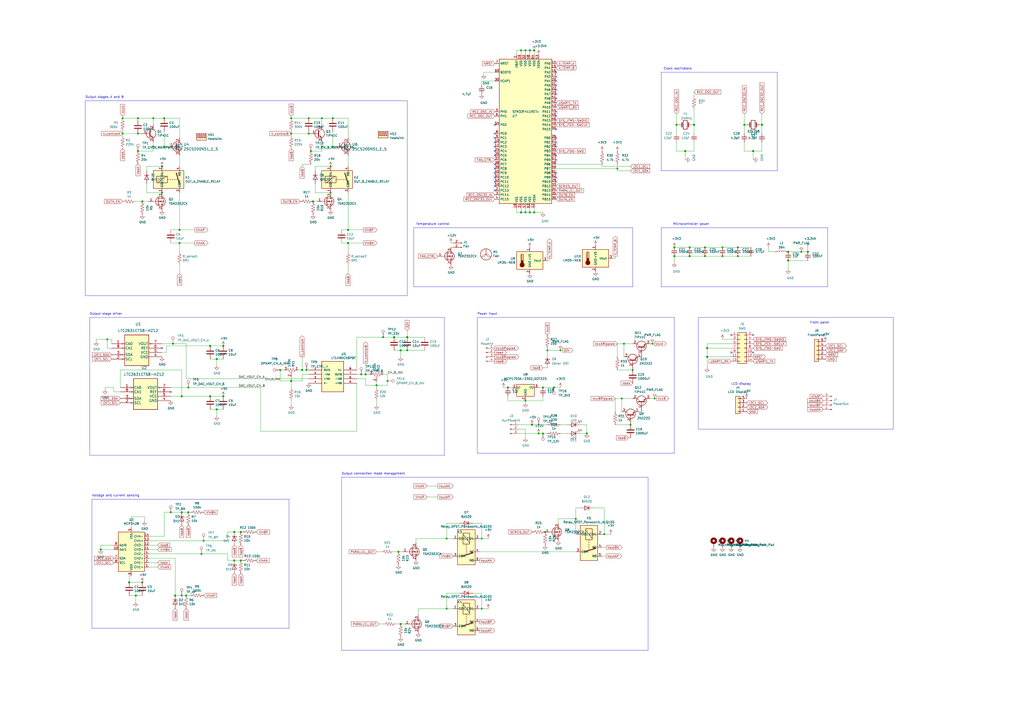
<source format=kicad_sch>
(kicad_sch (version 20211123) (generator eeschema)
  (paper "A2")
  (junction (at 109.22 224.79))
  (junction (at 105.41 345.44))
  (junction (at 105.41 297.18) (diameter 1.016))
  (junction (at 304.8 29.21) (diameter 1.016))
  (junction (at 82.55 337.82) (diameter 1.016))
  (junction (at 314.96 224.79))
  (junction (at 361.95 199.39))
  (junction (at 259.08 353.06))
  (junction (at 365.76 246.38))
  (junction (at 402.59 72.39) (diameter 1.016))
  (junction (at 408.94 148.59))
  (junction (at 304.8 123.19) (diameter 1.016))
  (junction (at 340.36 251.46) (diameter 1.016))
  (junction (at 82.55 116.84) (diameter 1.016))
  (junction (at 312.42 246.38))
  (junction (at 74.93 337.82) (diameter 1.016))
  (junction (at 80.01 68.58))
  (junction (at 218.44 223.52) (diameter 1.016))
  (junction (at 378.46 199.39))
  (junction (at 186.69 85.09) (diameter 1.016))
  (junction (at 104.14 140.97) (diameter 1.016))
  (junction (at 129.54 229.87) (diameter 1.016))
  (junction (at 232.41 203.2) (diameter 1.016))
  (junction (at 168.91 77.47))
  (junction (at 236.22 203.2))
  (junction (at 212.09 217.17) (diameter 1.016))
  (junction (at 419.1 148.59))
  (junction (at 312.42 251.46) (diameter 1.016))
  (junction (at 58.42 318.77) (diameter 1.016))
  (junction (at 95.25 68.58))
  (junction (at 191.77 96.52) (diameter 1.016))
  (junction (at 168.91 220.98) (diameter 1.016))
  (junction (at 135.89 325.12) (diameter 1.016))
  (junction (at 367.03 214.63))
  (junction (at 431.8 72.39) (diameter 1.016))
  (junction (at 321.31 224.79))
  (junction (at 464.82 146.05))
  (junction (at 180.34 87.63))
  (junction (at 121.92 200.66) (diameter 1.016))
  (junction (at 236.22 195.58) (diameter 1.016))
  (junction (at 201.93 140.97) (diameter 1.016))
  (junction (at 71.12 77.47))
  (junction (at 309.88 29.21) (diameter 1.016))
  (junction (at 231.14 320.04) (diameter 1.016))
  (junction (at 408.94 143.51))
  (junction (at 101.6 345.44) (diameter 1.016))
  (junction (at 410.21 207.01) (diameter 1.016))
  (junction (at 109.22 297.18) (diameter 1.016))
  (junction (at 400.05 143.51) (diameter 1.016))
  (junction (at 427.99 143.51))
  (junction (at 325.12 203.2))
  (junction (at 175.26 214.63) (diameter 1.016))
  (junction (at 419.1 143.51))
  (junction (at 400.05 148.59) (diameter 1.016))
  (junction (at 457.2 146.05) (diameter 1.016))
  (junction (at 410.21 201.93) (diameter 1.016))
  (junction (at 259.08 312.42))
  (junction (at 93.98 96.52) (diameter 1.016))
  (junction (at 232.41 361.95) (diameter 1.016))
  (junction (at 139.7 308.61) (diameter 1.016))
  (junction (at 162.56 214.63))
  (junction (at 62.23 196.85))
  (junction (at 360.68 231.14))
  (junction (at 193.04 68.58))
  (junction (at 129.54 200.66) (diameter 1.016))
  (junction (at 80.01 77.47))
  (junction (at 177.8 214.63))
  (junction (at 116.84 321.31))
  (junction (at 397.51 87.63) (diameter 1.016))
  (junction (at 228.6 195.58) (diameter 1.016))
  (junction (at 186.69 68.58))
  (junction (at 468.63 146.05) (diameter 1.016))
  (junction (at 100.33 199.39))
  (junction (at 427.99 148.59))
  (junction (at 125.73 208.28) (diameter 1.016))
  (junction (at 391.16 148.59) (diameter 1.016))
  (junction (at 88.9 85.09) (diameter 1.016))
  (junction (at 104.14 133.35) (diameter 1.016))
  (junction (at 294.64 224.79))
  (junction (at 107.95 345.44) (diameter 1.016))
  (junction (at 279.4 312.42))
  (junction (at 179.07 68.58))
  (junction (at 317.5 203.2))
  (junction (at 307.34 29.21) (diameter 1.016))
  (junction (at 304.8 232.41))
  (junction (at 80.01 87.63))
  (junction (at 93.98 111.76))
  (junction (at 193.04 85.09))
  (junction (at 222.25 195.58))
  (junction (at 201.93 133.35) (diameter 1.016))
  (junction (at 181.61 116.84) (diameter 1.016))
  (junction (at 88.9 68.58))
  (junction (at 168.91 68.58))
  (junction (at 358.14 97.79))
  (junction (at 392.43 72.39) (diameter 1.016))
  (junction (at 302.26 29.21))
  (junction (at 441.96 72.39) (diameter 1.016))
  (junction (at 71.12 68.58))
  (junction (at 350.52 309.88))
  (junction (at 135.89 308.61) (diameter 1.016))
  (junction (at 78.74 345.44) (diameter 1.016))
  (junction (at 125.73 237.49) (diameter 1.016))
  (junction (at 95.25 85.09))
  (junction (at 379.73 231.14))
  (junction (at 191.77 111.76))
  (junction (at 308.61 246.38) (diameter 1.016))
  (junction (at 307.34 123.19) (diameter 1.016))
  (junction (at 139.7 325.12) (diameter 1.016))
  (junction (at 436.88 87.63) (diameter 1.016))
  (junction (at 314.96 251.46))
  (junction (at 334.01 300.99))
  (junction (at 302.26 123.19) (diameter 1.016))
  (junction (at 118.11 313.69))
  (junction (at 179.07 77.47))
  (junction (at 316.23 308.61))
  (junction (at 121.92 229.87) (diameter 1.016))
  (junction (at 105.41 229.87) (diameter 1.016))
  (junction (at 457.2 151.13) (diameter 1.016))
  (junction (at 309.88 123.19) (diameter 1.016))
  (junction (at 391.16 143.51) (diameter 1.016))
  (junction (at 224.79 220.98))
  (junction (at 209.55 217.17))
  (junction (at 99.06 297.18))
  (junction (at 279.4 353.06))
  (no_connect (at 424.18 204.47))
  (no_connect (at 424.18 194.31))
  (no_connect (at 322.58 74.93))
  (no_connect (at 287.02 72.39))
  (no_connect (at 93.98 201.93))
  (no_connect (at 287.02 102.87))
  (no_connect (at 287.02 95.25))
  (no_connect (at 322.58 52.07))
  (no_connect (at 287.02 105.41))
  (no_connect (at 287.02 82.55))
  (no_connect (at 322.58 41.91))
  (no_connect (at 287.02 107.95))
  (no_connect (at 436.88 204.47))
  (no_connect (at 322.58 57.15))
  (no_connect (at 436.88 194.31))
  (no_connect (at 322.58 64.77))
  (no_connect (at 322.58 67.31))
  (no_connect (at 287.02 110.49))
  (no_connect (at 99.06 227.33))
  (no_connect (at 322.58 105.41))
  (no_connect (at 322.58 54.61))
  (no_connect (at 322.58 46.99))
  (no_connect (at 287.02 77.47))
  (no_connect (at 322.58 80.01))
  (no_connect (at 322.58 82.55))
  (no_connect (at 322.58 90.17))
  (no_connect (at 322.58 92.71))
  (no_connect (at 322.58 85.09))
  (no_connect (at 287.02 85.09))
  (no_connect (at 322.58 44.45))
  (no_connect (at 287.02 97.79))
  (no_connect (at 287.02 87.63))
  (no_connect (at 322.58 49.53))
  (no_connect (at 322.58 100.33))
  (no_connect (at 287.02 80.01))
  (no_connect (at 322.58 102.87))
  (no_connect (at 287.02 100.33))
  (no_connect (at 287.02 90.17))
  (wire (pts (xy 419.1 143.51) (xy 427.99 143.51)))
  (wire (pts (xy 278.13 312.42) (xy 279.4 312.42)))
  (wire (pts (xy 74.93 334.01) (xy 74.93 337.82)))
  (wire (pts (xy 370.84 238.76) (xy 372.11 238.76)))
  (wire (pts (xy 317.5 251.46) (xy 314.96 251.46)))
  (wire (pts (xy 218.44 234.95) (xy 218.44 232.41)))
  (wire (pts (xy 314.96 232.41) (xy 304.8 232.41)))
  (wire (pts (xy 179.07 76.2) (xy 179.07 77.47)))
  (wire (pts (xy 107.95 219.71) (xy 179.07 219.71)))
  (polyline (pts (xy 450.85 99.06) (xy 450.85 41.91)) (stroke (width 0) (type solid)))
  (wire (pts (xy 182.88 111.76) (xy 191.77 111.76)))
  (polyline (pts (xy 405.13 184.15) (xy 518.16 184.15)) (stroke (width 0) (type solid)))
  (wire (pts (xy 121.92 237.49) (xy 125.73 237.49)))
  (wire (pts (xy 85.09 111.76) (xy 93.98 111.76)))
  (polyline (pts (xy 276.86 184.15) (xy 391.16 184.15)) (stroke (width 0) (type solid)))
  (wire (pts (xy 198.12 133.35) (xy 201.93 133.35)))
  (wire (pts (xy 340.36 251.46) (xy 336.55 251.46)))
  (wire (pts (xy 247.65 288.29) (xy 254 288.29)))
  (wire (pts (xy 441.96 87.63) (xy 441.96 82.55)))
  (wire (pts (xy 88.9 68.58) (xy 95.25 68.58)))
  (wire (pts (xy 336.55 246.38) (xy 340.36 246.38)))
  (wire (pts (xy 85.09 96.52) (xy 93.98 96.52)))
  (wire (pts (xy 101.6 323.85) (xy 101.6 345.44)))
  (wire (pts (xy 78.74 116.84) (xy 82.55 116.84)))
  (wire (pts (xy 300.99 248.92) (xy 304.8 248.92)))
  (wire (pts (xy 222.25 195.58) (xy 228.6 195.58)))
  (wire (pts (xy 168.91 77.47) (xy 179.07 77.47)))
  (polyline (pts (xy 198.12 276.86) (xy 198.12 377.19)) (stroke (width 0) (type solid)))
  (wire (pts (xy 259.08 312.42) (xy 262.89 312.42)))
  (wire (pts (xy 78.74 349.25) (xy 78.74 345.44)))
  (wire (pts (xy 307.34 123.19) (xy 304.8 123.19)))
  (wire (pts (xy 401.32 72.39) (xy 402.59 72.39)))
  (wire (pts (xy 308.61 246.38) (xy 312.42 246.38)))
  (wire (pts (xy 358.14 99.06) (xy 365.76 99.06)))
  (wire (pts (xy 350.52 309.88) (xy 354.33 309.88)))
  (wire (pts (xy 132.08 313.69) (xy 132.08 308.61)))
  (wire (pts (xy 318.77 149.86) (xy 318.77 151.13)))
  (wire (pts (xy 193.04 68.58) (xy 186.69 68.58)))
  (wire (pts (xy 379.73 231.14) (xy 381 231.14)))
  (wire (pts (xy 71.12 77.47) (xy 80.01 77.47)))
  (wire (pts (xy 356.87 149.86) (xy 356.87 148.59)))
  (wire (pts (xy 104.14 153.67) (xy 104.14 158.75)))
  (wire (pts (xy 321.31 224.79) (xy 325.12 224.79)))
  (wire (pts (xy 96.52 200.66) (xy 96.52 204.47)))
  (wire (pts (xy 304.8 123.19) (xy 302.26 123.19)))
  (wire (pts (xy 66.04 318.77) (xy 58.42 318.77)))
  (wire (pts (xy 292.1 224.79) (xy 294.64 224.79)))
  (wire (pts (xy 299.72 29.21) (xy 302.26 29.21)))
  (wire (pts (xy 64.77 201.93) (xy 62.23 201.93)))
  (wire (pts (xy 323.85 303.53) (xy 323.85 300.99)))
  (wire (pts (xy 88.9 82.55) (xy 88.9 85.09)))
  (wire (pts (xy 96.52 204.47) (xy 93.98 204.47)))
  (wire (pts (xy 307.34 120.65) (xy 307.34 123.19)))
  (wire (pts (xy 307.34 29.21) (xy 309.88 29.21)))
  (wire (pts (xy 76.2 299.72) (xy 83.82 299.72)))
  (wire (pts (xy 207.01 217.17) (xy 209.55 217.17)))
  (wire (pts (xy 179.07 217.17) (xy 175.26 217.17)))
  (wire (pts (xy 132.08 308.61) (xy 135.89 308.61)))
  (wire (pts (xy 340.36 246.38) (xy 340.36 251.46)))
  (wire (pts (xy 168.91 68.58) (xy 179.07 68.58)))
  (wire (pts (xy 207.01 214.63) (xy 207.01 195.58)))
  (wire (pts (xy 60.96 224.79) (xy 66.04 224.79)))
  (wire (pts (xy 224.79 220.98) (xy 224.79 223.52)))
  (wire (pts (xy 309.88 120.65) (xy 309.88 123.19)))
  (wire (pts (xy 81.28 77.47) (xy 80.01 77.47)))
  (wire (pts (xy 125.73 208.28) (xy 129.54 208.28)))
  (wire (pts (xy 93.98 199.39) (xy 100.33 199.39)))
  (wire (pts (xy 172.72 214.63) (xy 175.26 214.63)))
  (wire (pts (xy 419.1 196.85) (xy 424.18 196.85)))
  (wire (pts (xy 76.2 306.07) (xy 76.2 299.72)))
  (wire (pts (xy 279.4 344.17) (xy 279.4 353.06)))
  (wire (pts (xy 228.6 320.04) (xy 231.14 320.04)))
  (wire (pts (xy 74.93 345.44) (xy 78.74 345.44)))
  (wire (pts (xy 457.2 151.13) (xy 468.63 151.13)))
  (wire (pts (xy 360.68 231.14) (xy 367.03 231.14)))
  (wire (pts (xy 198.12 140.97) (xy 201.93 140.97)))
  (wire (pts (xy 431.8 72.39) (xy 431.8 66.04)))
  (wire (pts (xy 278.13 320.04) (xy 334.01 320.04)))
  (wire (pts (xy 71.12 76.2) (xy 71.12 77.47)))
  (wire (pts (xy 280.67 43.18) (xy 280.67 41.91)))
  (wire (pts (xy 236.22 203.2) (xy 246.38 203.2)))
  (wire (pts (xy 349.25 95.25) (xy 349.25 96.52)))
  (wire (pts (xy 201.93 80.01) (xy 201.93 68.58)))
  (wire (pts (xy 212.09 219.71) (xy 212.09 223.52)))
  (wire (pts (xy 431.8 77.47) (xy 431.8 72.39)))
  (wire (pts (xy 186.69 68.58) (xy 186.69 72.39)))
  (wire (pts (xy 228.6 195.58) (xy 236.22 195.58)))
  (wire (pts (xy 181.61 116.84) (xy 184.15 116.84)))
  (wire (pts (xy 96.52 200.66) (xy 121.92 200.66)))
  (wire (pts (xy 266.7 303.53) (xy 259.08 303.53)))
  (wire (pts (xy 69.85 214.63) (xy 105.41 214.63)))
  (wire (pts (xy 64.77 196.85) (xy 64.77 199.39)))
  (wire (pts (xy 232.41 203.2) (xy 236.22 203.2)))
  (wire (pts (xy 71.12 77.47) (xy 71.12 78.74)))
  (polyline (pts (xy 375.92 276.86) (xy 198.12 276.86)) (stroke (width 0) (type solid)))
  (polyline (pts (xy 257.81 264.16) (xy 257.81 184.15)) (stroke (width 0) (type solid)))
  (wire (pts (xy 427.99 143.51) (xy 435.61 143.51)))
  (polyline (pts (xy 405.13 248.92) (xy 518.16 248.92)) (stroke (width 0) (type solid)))
  (wire (pts (xy 314.96 251.46) (xy 312.42 251.46)))
  (polyline (pts (xy 240.03 132.08) (xy 240.03 166.37)) (stroke (width 0) (type solid)))
  (wire (pts (xy 58.42 316.23) (xy 58.42 318.77)))
  (wire (pts (xy 259.08 303.53) (xy 259.08 312.42)))
  (wire (pts (xy 392.43 77.47) (xy 392.43 72.39)))
  (wire (pts (xy 280.67 41.91) (xy 287.02 41.91)))
  (polyline (pts (xy 383.54 41.91) (xy 450.85 41.91)) (stroke (width 0) (type solid)))
  (wire (pts (xy 105.41 229.87) (xy 121.92 229.87)))
  (wire (pts (xy 99.06 224.79) (xy 109.22 224.79)))
  (polyline (pts (xy 167.64 364.49) (xy 167.64 289.56)) (stroke (width 0) (type solid)))
  (polyline (pts (xy 391.16 262.89) (xy 391.16 184.15)) (stroke (width 0) (type solid)))
  (wire (pts (xy 350.52 294.64) (xy 350.52 309.88)))
  (wire (pts (xy 304.8 232.41) (xy 304.8 233.68)))
  (wire (pts (xy 402.59 87.63) (xy 402.59 82.55)))
  (wire (pts (xy 71.12 67.31) (xy 71.12 68.58)))
  (wire (pts (xy 358.14 199.39) (xy 361.95 199.39)))
  (polyline (pts (xy 236.22 58.42) (xy 49.53 58.42)) (stroke (width 0) (type solid)))
  (wire (pts (xy 180.34 95.25) (xy 175.26 95.25)))
  (wire (pts (xy 175.26 214.63) (xy 177.8 214.63)))
  (wire (pts (xy 410.21 201.93) (xy 410.21 207.01)))
  (wire (pts (xy 441.96 77.47) (xy 441.96 72.39)))
  (wire (pts (xy 441.96 72.39) (xy 441.96 66.04)))
  (wire (pts (xy 302.26 29.21) (xy 304.8 29.21)))
  (wire (pts (xy 210.82 133.35) (xy 201.93 133.35)))
  (wire (pts (xy 247.65 281.94) (xy 254 281.94)))
  (wire (pts (xy 312.42 224.79) (xy 314.96 224.79)))
  (wire (pts (xy 85.09 106.68) (xy 85.09 111.76)))
  (wire (pts (xy 322.58 95.25) (xy 349.25 95.25)))
  (wire (pts (xy 402.59 53.34) (xy 402.59 55.88)))
  (wire (pts (xy 212.09 223.52) (xy 218.44 223.52)))
  (wire (pts (xy 391.16 148.59) (xy 391.16 152.4)))
  (wire (pts (xy 105.41 214.63) (xy 105.41 229.87)))
  (wire (pts (xy 99.06 297.18) (xy 105.41 297.18)))
  (wire (pts (xy 304.8 29.21) (xy 304.8 31.75)))
  (wire (pts (xy 118.11 313.69) (xy 132.08 313.69)))
  (wire (pts (xy 410.21 207.01) (xy 424.18 207.01)))
  (polyline (pts (xy 52.07 184.15) (xy 52.07 264.16)) (stroke (width 0) (type solid)))
  (wire (pts (xy 168.91 67.31) (xy 168.91 68.58)))
  (wire (pts (xy 279.4 303.53) (xy 279.4 312.42)))
  (wire (pts (xy 201.93 90.17) (xy 201.93 96.52)))
  (wire (pts (xy 364.49 254) (xy 365.76 254)))
  (wire (pts (xy 304.8 248.92) (xy 304.8 254)))
  (wire (pts (xy 261.62 143.51) (xy 262.89 143.51)))
  (wire (pts (xy 224.79 223.52) (xy 218.44 223.52)))
  (wire (pts (xy 104.14 133.35) (xy 113.03 133.35)))
  (wire (pts (xy 132.08 321.31) (xy 132.08 325.12)))
  (wire (pts (xy 218.44 223.52) (xy 218.44 220.98)))
  (wire (pts (xy 104.14 68.58) (xy 104.14 80.01)))
  (wire (pts (xy 431.8 82.55) (xy 431.8 87.63)))
  (wire (pts (xy 358.14 199.39) (xy 358.14 207.01)))
  (wire (pts (xy 309.88 123.19) (xy 307.34 123.19)))
  (wire (pts (xy 314.96 213.36) (xy 317.5 213.36)))
  (wire (pts (xy 266.7 344.17) (xy 259.08 344.17)))
  (wire (pts (xy 104.14 140.97) (xy 113.03 140.97)))
  (wire (pts (xy 95.25 76.2) (xy 95.25 85.09)))
  (wire (pts (xy 86.36 316.23) (xy 91.44 316.23)))
  (wire (pts (xy 457.2 151.13) (xy 457.2 156.21)))
  (wire (pts (xy 125.73 241.3) (xy 125.73 237.49)))
  (wire (pts (xy 356.87 231.14) (xy 360.68 231.14)))
  (wire (pts (xy 279.4 46.99) (xy 279.4 49.53)))
  (wire (pts (xy 356.87 246.38) (xy 365.76 246.38)))
  (wire (pts (xy 86.36 321.31) (xy 116.84 321.31)))
  (wire (pts (xy 175.26 95.25) (xy 175.26 96.52)))
  (wire (pts (xy 201.93 111.76) (xy 201.93 133.35)))
  (wire (pts (xy 95.25 85.09) (xy 88.9 85.09)))
  (wire (pts (xy 151.13 224.79) (xy 151.13 250.19)))
  (polyline (pts (xy 240.03 166.37) (xy 367.03 166.37)) (stroke (width 0) (type solid)))
  (wire (pts (xy 294.64 224.79) (xy 297.18 224.79)))
  (wire (pts (xy 69.85 214.63) (xy 69.85 224.79)))
  (wire (pts (xy 116.84 321.31) (xy 132.08 321.31)))
  (wire (pts (xy 179.07 68.58) (xy 186.69 68.58)))
  (wire (pts (xy 391.16 148.59) (xy 400.05 148.59)))
  (wire (pts (xy 224.79 217.17) (xy 224.79 220.98)))
  (polyline (pts (xy 480.06 166.37) (xy 480.06 132.08)) (stroke (width 0) (type solid)))
  (wire (pts (xy 344.17 294.64) (xy 350.52 294.64)))
  (polyline (pts (xy 367.03 132.08) (xy 240.03 132.08)) (stroke (width 0) (type solid)))
  (wire (pts (xy 279.4 312.42) (xy 283.21 312.42)))
  (polyline (pts (xy 52.07 264.16) (xy 257.81 264.16)) (stroke (width 0) (type solid)))
  (wire (pts (xy 86.36 326.39) (xy 91.44 326.39)))
  (wire (pts (xy 194.31 85.09) (xy 193.04 85.09)))
  (wire (pts (xy 201.93 140.97) (xy 210.82 140.97)))
  (wire (pts (xy 107.95 199.39) (xy 107.95 219.71)))
  (wire (pts (xy 95.25 311.15) (xy 95.25 297.18)))
  (polyline (pts (xy 52.07 184.15) (xy 257.81 184.15)) (stroke (width 0) (type solid)))
  (wire (pts (xy 314.96 224.79) (xy 321.31 224.79)))
  (wire (pts (xy 325.12 203.2) (xy 326.39 203.2)))
  (wire (pts (xy 464.82 146.05) (xy 468.63 146.05)))
  (wire (pts (xy 436.88 92.71) (xy 436.88 87.63)))
  (wire (pts (xy 349.25 96.52) (xy 365.76 96.52)))
  (wire (pts (xy 80.01 68.58) (xy 88.9 68.58)))
  (wire (pts (xy 408.94 143.51) (xy 419.1 143.51)))
  (wire (pts (xy 86.36 323.85) (xy 101.6 323.85)))
  (wire (pts (xy 242.57 353.06) (xy 259.08 353.06)))
  (wire (pts (xy 392.43 87.63) (xy 397.51 87.63)))
  (wire (pts (xy 88.9 85.09) (xy 88.9 87.63)))
  (wire (pts (xy 100.33 199.39) (xy 107.95 199.39)))
  (wire (pts (xy 408.94 148.59) (xy 419.1 148.59)))
  (polyline (pts (xy 276.86 184.15) (xy 276.86 262.89)) (stroke (width 0) (type solid)))
  (polyline (pts (xy 53.34 364.49) (xy 167.64 364.49)) (stroke (width 0) (type solid)))
  (wire (pts (xy 402.59 63.5) (xy 402.59 72.39)))
  (wire (pts (xy 410.21 207.01) (xy 410.21 213.36)))
  (wire (pts (xy 62.23 196.85) (xy 64.77 196.85)))
  (wire (pts (xy 121.92 200.66) (xy 129.54 200.66)))
  (wire (pts (xy 358.14 95.25) (xy 358.14 97.79)))
  (wire (pts (xy 60.96 226.06) (xy 60.96 224.79)))
  (wire (pts (xy 132.08 325.12) (xy 135.89 325.12)))
  (wire (pts (xy 402.59 77.47) (xy 402.59 72.39)))
  (wire (pts (xy 66.04 316.23) (xy 58.42 316.23)))
  (wire (pts (xy 419.1 148.59) (xy 427.99 148.59)))
  (wire (pts (xy 336.55 294.64) (xy 334.01 294.64)))
  (wire (pts (xy 104.14 90.17) (xy 104.14 96.52)))
  (wire (pts (xy 436.88 87.63) (xy 441.96 87.63)))
  (polyline (pts (xy 167.64 289.56) (xy 53.34 289.56)) (stroke (width 0) (type solid)))
  (wire (pts (xy 95.25 68.58) (xy 104.14 68.58)))
  (wire (pts (xy 66.04 224.79) (xy 66.04 227.33)))
  (wire (pts (xy 317.5 203.2) (xy 317.5 205.74)))
  (wire (pts (xy 168.91 76.2) (xy 168.91 77.47)))
  (wire (pts (xy 323.85 300.99) (xy 334.01 300.99)))
  (wire (pts (xy 55.88 198.12) (xy 55.88 196.85)))
  (wire (pts (xy 274.32 344.17) (xy 279.4 344.17)))
  (wire (pts (xy 99.06 140.97) (xy 104.14 140.97)))
  (wire (pts (xy 317.5 203.2) (xy 325.12 203.2)))
  (wire (pts (xy 228.6 203.2) (xy 232.41 203.2)))
  (wire (pts (xy 314.96 229.87) (xy 314.96 232.41)))
  (wire (pts (xy 78.74 345.44) (xy 82.55 345.44)))
  (wire (pts (xy 377.19 199.39) (xy 378.46 199.39)))
  (wire (pts (xy 279.4 46.99) (xy 287.02 46.99)))
  (wire (pts (xy 457.2 146.05) (xy 464.82 146.05)))
  (wire (pts (xy 86.36 328.93) (xy 91.44 328.93)))
  (wire (pts (xy 99.06 133.35) (xy 104.14 133.35)))
  (wire (pts (xy 88.9 72.39) (xy 88.9 68.58)))
  (wire (pts (xy 180.34 87.63) (xy 186.69 87.63)))
  (wire (pts (xy 278.13 353.06) (xy 279.4 353.06)))
  (wire (pts (xy 104.14 140.97) (xy 104.14 146.05)))
  (wire (pts (xy 241.3 312.42) (xy 259.08 312.42)))
  (wire (pts (xy 309.88 29.21) (xy 309.88 31.75)))
  (wire (pts (xy 168.91 218.44) (xy 168.91 220.98)))
  (wire (pts (xy 334.01 300.99) (xy 334.01 309.88)))
  (wire (pts (xy 105.41 345.44) (xy 107.95 345.44)))
  (wire (pts (xy 109.22 224.79) (xy 151.13 224.79)))
  (wire (pts (xy 232.41 361.95) (xy 234.95 361.95)))
  (wire (pts (xy 186.69 87.63) (xy 186.69 85.09)))
  (wire (pts (xy 168.91 77.47) (xy 168.91 78.74)))
  (polyline (pts (xy 383.54 132.08) (xy 480.06 132.08)) (stroke (width 0) (type solid)))
  (wire (pts (xy 175.26 220.98) (xy 168.91 220.98)))
  (wire (pts (xy 317.5 201.93) (xy 317.5 203.2)))
  (wire (pts (xy 400.05 148.59) (xy 408.94 148.59)))
  (wire (pts (xy 356.87 231.14) (xy 356.87 238.76)))
  (wire (pts (xy 259.08 344.17) (xy 259.08 353.06)))
  (wire (pts (xy 349.25 317.5) (xy 351.79 317.5)))
  (wire (pts (xy 201.93 68.58) (xy 193.04 68.58)))
  (wire (pts (xy 322.58 97.79) (xy 358.14 97.79)))
  (wire (pts (xy 139.7 325.12) (xy 140.97 325.12)))
  (polyline (pts (xy 383.54 41.91) (xy 383.54 99.06)) (stroke (width 0) (type solid)))
  (wire (pts (xy 109.22 297.18) (xy 110.49 297.18)))
  (polyline (pts (xy 49.53 58.42) (xy 49.53 171.45)) (stroke (width 0) (type solid)))
  (wire (pts (xy 427.99 148.59) (xy 435.61 148.59)))
  (wire (pts (xy 299.72 31.75) (xy 299.72 29.21)))
  (wire (pts (xy 274.32 303.53) (xy 279.4 303.53)))
  (wire (pts (xy 391.16 143.51) (xy 400.05 143.51)))
  (polyline (pts (xy 518.16 248.92) (xy 518.16 184.15)) (stroke (width 0) (type solid)))
  (wire (pts (xy 177.8 214.63) (xy 179.07 214.63)))
  (polyline (pts (xy 198.12 377.19) (xy 375.92 377.19)) (stroke (width 0) (type solid)))
  (wire (pts (xy 302.26 120.65) (xy 302.26 123.19)))
  (wire (pts (xy 99.06 229.87) (xy 105.41 229.87)))
  (wire (pts (xy 299.72 123.19) (xy 299.72 120.65)))
  (wire (pts (xy 314.96 123.19) (xy 309.88 123.19)))
  (wire (pts (xy 139.7 308.61) (xy 140.97 308.61)))
  (wire (pts (xy 55.88 196.85) (xy 62.23 196.85)))
  (polyline (pts (xy 383.54 99.06) (xy 450.85 99.06)) (stroke (width 0) (type solid)))
  (wire (pts (xy 82.55 116.84) (xy 86.36 116.84)))
  (wire (pts (xy 86.36 313.69) (xy 118.11 313.69)))
  (wire (pts (xy 121.92 229.87) (xy 129.54 229.87)))
  (wire (pts (xy 304.8 29.21) (xy 307.34 29.21)))
  (polyline (pts (xy 405.13 184.15) (xy 405.13 248.92)) (stroke (width 0) (type solid)))
  (wire (pts (xy 168.91 232.41) (xy 168.91 234.95)))
  (wire (pts (xy 294.64 232.41) (xy 304.8 232.41)))
  (wire (pts (xy 175.26 207.01) (xy 175.26 214.63)))
  (wire (pts (xy 104.14 111.76) (xy 104.14 133.35)))
  (wire (pts (xy 392.43 72.39) (xy 393.7 72.39)))
  (wire (pts (xy 349.25 322.58) (xy 351.79 322.58)))
  (wire (pts (xy 440.69 72.39) (xy 441.96 72.39)))
  (wire (pts (xy 431.8 87.63) (xy 436.88 87.63)))
  (wire (pts (xy 242.57 353.06) (xy 242.57 356.87)))
  (wire (pts (xy 85.09 99.06) (xy 85.09 96.52)))
  (wire (pts (xy 105.41 297.18) (xy 109.22 297.18)))
  (wire (pts (xy 302.26 123.19) (xy 299.72 123.19)))
  (wire (pts (xy 410.21 201.93) (xy 424.18 201.93)))
  (wire (pts (xy 307.34 29.21) (xy 307.34 31.75)))
  (wire (pts (xy 162.56 220.98) (xy 168.91 220.98)))
  (wire (pts (xy 300.99 251.46) (xy 312.42 251.46)))
  (wire (pts (xy 397.51 87.63) (xy 402.59 87.63)))
  (wire (pts (xy 135.89 308.61) (xy 139.7 308.61)))
  (wire (pts (xy 218.44 320.04) (xy 220.98 320.04)))
  (wire (pts (xy 212.09 217.17) (xy 212.09 210.82)))
  (wire (pts (xy 125.73 237.49) (xy 129.54 237.49)))
  (wire (pts (xy 101.6 345.44) (xy 105.41 345.44)))
  (wire (pts (xy 241.3 312.42) (xy 241.3 314.96)))
  (wire (pts (xy 135.89 325.12) (xy 139.7 325.12)))
  (wire (pts (xy 151.13 250.19) (xy 207.01 250.19)))
  (wire (pts (xy 175.26 217.17) (xy 175.26 220.98)))
  (wire (pts (xy 294.64 229.87) (xy 294.64 232.41)))
  (wire (pts (xy 360.68 231.14) (xy 360.68 238.76)))
  (wire (pts (xy 431.8 72.39) (xy 433.07 72.39)))
  (wire (pts (xy 445.77 143.51) (xy 445.77 146.05)))
  (wire (pts (xy 219.71 361.95) (xy 222.25 361.95)))
  (wire (pts (xy 207.01 250.19) (xy 207.01 222.25)))
  (wire (pts (xy 207.01 219.71) (xy 212.09 219.71)))
  (wire (pts (xy 318.77 151.13) (xy 317.5 151.13)))
  (wire (pts (xy 355.6 149.86) (xy 356.87 149.86)))
  (wire (pts (xy 397.51 92.71) (xy 397.51 87.63)))
  (wire (pts (xy 74.93 337.82) (xy 82.55 337.82)))
  (wire (pts (xy 201.93 140.97) (xy 201.93 146.05)))
  (wire (pts (xy 279.4 353.06) (xy 283.21 353.06)))
  (wire (pts (xy 231.14 320.04) (xy 233.68 320.04)))
  (wire (pts (xy 361.95 199.39) (xy 367.03 199.39)))
  (wire (pts (xy 392.43 72.39) (xy 392.43 66.04)))
  (wire (pts (xy 410.21 199.39) (xy 424.18 199.39)))
  (wire (pts (xy 378.46 199.39) (xy 379.73 199.39)))
  (wire (pts (xy 86.36 311.15) (xy 95.25 311.15)))
  (wire (pts (xy 66.04 227.33) (xy 69.85 227.33)))
  (wire (pts (xy 236.22 195.58) (xy 236.22 191.77)))
  (wire (pts (xy 300.99 246.38) (xy 308.61 246.38)))
  (wire (pts (xy 377.19 231.14) (xy 379.73 231.14)))
  (polyline (pts (xy 383.54 166.37) (xy 480.06 166.37)) (stroke (width 0) (type solid)))
  (polyline (pts (xy 236.22 171.45) (xy 236.22 58.42)) (stroke (width 0) (type solid)))
  (wire (pts (xy 349.25 309.88) (xy 350.52 309.88)))
  (wire (pts (xy 312.42 246.38) (xy 317.5 246.38)))
  (wire (pts (xy 95.25 297.18) (xy 99.06 297.18)))
  (wire (pts (xy 76.2 334.01) (xy 74.93 334.01)))
  (wire (pts (xy 182.88 106.68) (xy 182.88 111.76)))
  (wire (pts (xy 209.55 217.17) (xy 212.09 217.17)))
  (wire (pts (xy 304.8 120.65) (xy 304.8 123.19)))
  (wire (pts (xy 302.26 31.75) (xy 302.26 29.21)))
  (wire (pts (xy 86.36 318.77) (xy 91.44 318.77)))
  (wire (pts (xy 83.82 299.72) (xy 83.82 302.26)))
  (polyline (pts (xy 49.53 171.45) (xy 236.22 171.45)) (stroke (width 0) (type solid)))
  (wire (pts (xy 71.12 68.58) (xy 80.01 68.58)))
  (wire (pts (xy 168.91 220.98) (xy 168.91 224.79)))
  (wire (pts (xy 96.52 85.09) (xy 95.25 85.09)))
  (wire (pts (xy 358.14 214.63) (xy 367.03 214.63)))
  (wire (pts (xy 325.12 246.38) (xy 328.93 246.38)))
  (wire (pts (xy 193.04 85.09) (xy 186.69 85.09)))
  (wire (pts (xy 229.87 361.95) (xy 232.41 361.95)))
  (wire (pts (xy 165.1 214.63) (xy 162.56 214.63)))
  (wire (pts (xy 400.05 143.51) (xy 408.94 143.51)))
  (polyline (pts (xy 383.54 132.08) (xy 383.54 166.37)) (stroke (width 0) (type solid)))
  (polyline (pts (xy 375.92 377.19) (xy 375.92 276.86)) (stroke (width 0) (type solid)))
  (wire (pts (xy 182.88 96.52) (xy 191.77 96.52)))
  (wire (pts (xy 222.25 217.17) (xy 224.79 217.17)))
  (wire (pts (xy 80.01 87.63) (xy 88.9 87.63)))
  (wire (pts (xy 358.14 97.79) (xy 358.14 99.06)))
  (wire (pts (xy 201.93 153.67) (xy 201.93 158.75)))
  (wire (pts (xy 162.56 214.63) (xy 162.56 220.98)))
  (wire (pts (xy 325.12 251.46) (xy 328.93 251.46)))
  (wire (pts (xy 334.01 294.64) (xy 334.01 300.99)))
  (wire (pts (xy 107.95 345.44) (xy 110.49 345.44)))
  (wire (pts (xy 193.04 76.2) (xy 193.04 85.09)))
  (wire (pts (xy 125.73 212.09) (xy 125.73 208.28)))
  (wire (pts (xy 121.92 208.28) (xy 125.73 208.28)))
  (wire (pts (xy 232.41 207.01) (xy 232.41 203.2)))
  (wire (pts (xy 186.69 85.09) (xy 186.69 82.55)))
  (wire (pts (xy 392.43 82.55) (xy 392.43 87.63)))
  (wire (pts (xy 236.22 195.58) (xy 246.38 195.58)))
  (wire (pts (xy 259.08 353.06) (xy 262.89 353.06)))
  (wire (pts (xy 361.95 199.39) (xy 361.95 207.01)))
  (polyline (pts (xy 367.03 166.37) (xy 367.03 132.08)) (stroke (width 0) (type solid)))
  (wire (pts (xy 261.62 140.97) (xy 262.89 140.97)))
  (wire (pts (xy 410.21 199.39) (xy 410.21 201.93)))
  (wire (pts (xy 62.23 201.93) (xy 62.23 196.85)))
  (wire (pts (xy 218.44 224.79) (xy 218.44 223.52)))
  (wire (pts (xy 207.01 195.58) (xy 222.25 195.58)))
  (wire (pts (xy 468.63 143.51) (xy 468.63 146.05)))
  (wire (pts (xy 212.09 217.17) (xy 214.63 217.17)))
  (wire (pts (xy 445.77 146.05) (xy 449.58 146.05)))
  (polyline (pts (xy 276.86 262.89) (xy 391.16 262.89)) (stroke (width 0) (type solid)))
  (wire (pts (xy 182.88 99.06) (xy 182.88 96.52)))
  (wire (pts (xy 80.01 68.58) (xy 80.01 69.85)))
  (polyline (pts (xy 53.34 289.56) (xy 53.34 364.49)) (stroke (width 0) (type solid)))
  (text "Clock oscillators" (at 401.32 40.64 180) (effects (font (size 1.27 1.27)) (justify right bottom)))
  (text "Microcontroller power" (at 411.48 130.81 180) (effects (font (size 1.27 1.27)) (justify right bottom)))
  (text "Power input" (at 276.86 182.88 0) (effects (font (size 1.27 1.27)) (justify left bottom)))
  (text "Temperature control\n" (at 241.3 130.81 0) (effects (font (size 1.27 1.27)) (justify left bottom)))
  (text "Front panel" (at 469.9 187.96 0) (effects (font (size 1.27 1.27)) (justify left bottom)))
  (text "Output stage driver" (at 52.07 182.88 0) (effects (font (size 1.27 1.27)) (justify left bottom)))
  (text "Output stages A and B" (at 49.53 57.15 0) (effects (font (size 1.27 1.27)) (justify left bottom)))
  (text "LCD display\n" (at 424.18 223.52 0) (effects (font (size 1.27 1.27)) (justify left bottom)))
  (text "Voltage and current sensing" (at 53.34 288.29 0) (effects (font (size 1.27 1.27)) (justify left bottom)))
  (text "Output connection mode management\n" (at 198.12 275.59 0) (effects (font (size 1.27 1.27)) (justify left bottom)))
  (label "DAC_VOUT_CH_A" (at 138.43 219.71 0))
  (label "CH_B_INV" (at 224.79 217.17 0))
  (label "CH_A_INV" (at 162.56 220.98 180))
  (label "DAC_VOUT_CH_B" (at 138.43 224.79 0))
  (global_label "VoutBN" (shape output) (at 351.79 317.5 0) (property "Intersheet References" "${INTERSHEET_REFS}" (effects hide)))
  (global_label "I2C1_SCL" (shape bidirectional) (at 433.07 233.68 0) (property "Intersheet References" "${INTERSHEET_REFS}" (effects hide)))
  (global_label "VinBN" (shape input) (at 118.11 297.18 0) (property "Intersheet References" "${INTERSHEET_REFS}" (effects hide)))
  (global_label "VinAP" (shape output) (at 113.03 133.35 0) (property "Intersheet References" "${INTERSHEET_REFS}" (effects hide)))
  (global_label "I2C1_SDA" (shape input) (at 365.76 99.06 0) (property "Intersheet References" "${INTERSHEET_REFS}" (effects hide)))
  (global_label "VeeA" (shape input) (at 367.03 222.25 180) (property "Intersheet References" "${INTERSHEET_REFS}" (effects hide)))
  (global_label "RCC_OSC32_OUT" (shape input) (at 287.02 115.57 180) (property "Intersheet References" "${INTERSHEET_REFS}" (effects hide)))
  (global_label "SYS_JTDO-SWO" (shape input) (at 436.88 201.93 0) (property "Intersheet References" "${INTERSHEET_REFS}" (effects hide)))
  (global_label "VoutAP" (shape output) (at 351.79 322.58 0) (property "Intersheet References" "${INTERSHEET_REFS}" (effects hide)))
  (global_label "NRST" (shape input) (at 287.02 36.83 180) (property "Intersheet References" "${INTERSHEET_REFS}" (effects hide)))
  (global_label "32V" (shape input) (at 236.22 191.77 90) (property "Intersheet References" "${INTERSHEET_REFS}" (effects hide)))
  (global_label "VeeB" (shape input) (at 139.7 316.23 270) (property "Intersheet References" "${INTERSHEET_REFS}" (effects hide)))
  (global_label "VeeA" (shape input) (at 71.12 86.36 270) (property "Intersheet References" "${INTERSHEET_REFS}" (effects hide)))
  (global_label "RCC_OSC_IN" (shape input) (at 287.02 64.77 180) (property "Intersheet References" "${INTERSHEET_REFS}" (effects hide)))
  (global_label "I2C1_SCL" (shape input) (at 64.77 208.28 180) (property "Intersheet References" "${INTERSHEET_REFS}" (effects hide)))
  (global_label "USART1_RX" (shape input) (at 322.58 62.23 0) (property "Intersheet References" "${INTERSHEET_REFS}" (effects hide)))
  (global_label "GND" (shape input) (at 478.79 208.28 0) (property "Intersheet References" "${INTERSHEET_REFS}" (effects hide)))
  (global_label "I2C1_SCL" (shape input) (at 365.76 96.52 0) (property "Intersheet References" "${INTERSHEET_REFS}" (effects hide)))
  (global_label "VccARippled" (shape output) (at 287.02 201.93 0) (property "Intersheet References" "${INTERSHEET_REFS}" (effects hide)))
  (global_label "VccA" (shape input) (at 71.12 67.31 90) (property "Intersheet References" "${INTERSHEET_REFS}" (effects hide)))
  (global_label "VccB" (shape input) (at 317.5 194.31 90) (property "Intersheet References" "${INTERSHEET_REFS}" (effects hide)))
  (global_label "VoutBN" (shape input) (at 477.52 232.41 180) (property "Intersheet References" "${INTERSHEET_REFS}" (effects hide)))
  (global_label "RCC_OSC32_IN" (shape input) (at 287.02 113.03 180) (property "Intersheet References" "${INTERSHEET_REFS}" (effects hide)))
  (global_label "USART1_TX" (shape input) (at 322.58 59.69 0) (property "Intersheet References" "${INTERSHEET_REFS}" (effects hide)))
  (global_label "RCC_OSC32_OUT" (shape input) (at 441.96 66.04 90) (property "Intersheet References" "${INTERSHEET_REFS}" (effects hide)))
  (global_label "32V" (shape output) (at 326.39 203.2 0) (property "Intersheet References" "${INTERSHEET_REFS}" (effects hide)))
  (global_label "I2C1_SCL" (shape input) (at 69.85 233.68 180) (property "Intersheet References" "${INTERSHEET_REFS}" (effects hide)))
  (global_label "VccB" (shape output) (at 381 231.14 0) (property "Intersheet References" "${INTERSHEET_REFS}" (effects hide)))
  (global_label "I2C1_SDA" (shape input) (at 64.77 205.74 180) (property "Intersheet References" "${INTERSHEET_REFS}" (effects hide)))
  (global_label "OUTA_EN" (shape input) (at 71.12 116.84 180) (property "Intersheet References" "${INTERSHEET_REFS}" (effects hide)))
  (global_label "VccBRippled" (shape input) (at 356.87 231.14 180) (property "Intersheet References" "${INTERSHEET_REFS}" (effects hide)))
  (global_label "VinAN" (shape input) (at 91.44 328.93 0) (property "Intersheet References" "${INTERSHEET_REFS}" (effects hide)))
  (global_label "USART1_TX" (shape input) (at 436.88 209.55 0) (property "Intersheet References" "${INTERSHEET_REFS}" (effects hide)))
  (global_label "VeeB" (shape input) (at 175.26 96.52 270) (property "Intersheet References" "${INTERSHEET_REFS}" (effects hide)))
  (global_label "VinBN" (shape input) (at 262.89 322.58 180) (property "Intersheet References" "${INTERSHEET_REFS}" (effects hide)))
  (global_label "VinAN" (shape output) (at 113.03 140.97 0) (property "Intersheet References" "${INTERSHEET_REFS}" (effects hide)))
  (global_label "FAN_CTRL" (shape input) (at 287.02 92.71 180) (property "Intersheet References" "${INTERSHEET_REFS}" (effects hide)))
  (global_label "SYS_JTMS-SWDIO" (shape input) (at 322.58 69.85 0) (property "Intersheet References" "${INTERSHEET_REFS}" (effects hide)))
  (global_label "VeeB" (shape output) (at 287.02 209.55 0) (property "Intersheet References" "${INTERSHEET_REFS}" (effects hide)))
  (global_label "VccARippled" (shape input) (at 358.14 199.39 180) (property "Intersheet References" "${INTERSHEET_REFS}" (effects hide)))
  (global_label "RCC_OSC_IN" (shape input) (at 392.43 66.04 90) (property "Intersheet References" "${INTERSHEET_REFS}" (effects hide)))
  (global_label "V_controlB" (shape output) (at 212.09 210.82 90) (property "Intersheet References" "${INTERSHEET_REFS}" (effects hide)))
  (global_label "VeeA" (shape input) (at 101.6 353.06 270) (property "Intersheet References" "${INTERSHEET_REFS}" (effects hide)))
  (global_label "VinAN" (shape input) (at 247.65 281.94 180) (property "Intersheet References" "${INTERSHEET_REFS}" (effects hide)))
  (global_label "VoutBP" (shape output) (at 278.13 360.68 0) (property "Intersheet References" "${INTERSHEET_REFS}" (effects hide)))
  (global_label "PARALLEL_OUT" (shape input) (at 219.71 361.95 180) (property "Intersheet References" "${INTERSHEET_REFS}" (effects hide)))
  (global_label "VeeA" (shape input) (at 107.95 353.06 270) (property "Intersheet References" "${INTERSHEET_REFS}" (effects hide)))
  (global_label "VoutAP" (shape output) (at 254 288.29 0) (property "Intersheet References" "${INTERSHEET_REFS}" (effects hide)))
  (global_label "VeeB" (shape input) (at 105.41 304.8 270) (property "Intersheet References" "${INTERSHEET_REFS}" (effects hide)))
  (global_label "OUTB_EN" (shape input) (at 322.58 113.03 0) (property "Intersheet References" "${INTERSHEET_REFS}" (effects hide)))
  (global_label "NRST" (shape input) (at 478.79 205.74 0) (property "Intersheet References" "${INTERSHEET_REFS}" (effects hide)))
  (global_label "VccBRippled" (shape output) (at 287.02 207.01 0) (property "Intersheet References" "${INTERSHEET_REFS}" (effects hide)))
  (global_label "I2C1_SDA" (shape bidirectional) (at 478.79 203.2 0) (property "Intersheet References" "${INTERSHEET_REFS}" (effects hide)))
  (global_label "OUTA_EN" (shape input) (at 322.58 115.57 0) (property "Intersheet References" "${INTERSHEET_REFS}" (effects hide)))
  (global_label "RCC_OSC32_IN" (shape input) (at 431.8 66.04 90) (property "Intersheet References" "${INTERSHEET_REFS}" (effects hide)))
  (global_label "V_TEMP_A" (shape output) (at 318.77 149.86 90) (property "Intersheet References" "${INTERSHEET_REFS}" (effects hide)))
  (global_label "VinAP" (shape input) (at 118.11 345.44 0) (property "Intersheet References" "${INTERSHEET_REFS}" (effects hide)))
  (global_label "V_controlA" (shape output) (at 175.26 207.01 90) (property "Intersheet References" "${INTERSHEET_REFS}" (effects hide)))
  (global_label "VinBN" (shape output) (at 210.82 140.97 0) (property "Intersheet References" "${INTERSHEET_REFS}" (effects hide)))
  (global_label "VeeA" (shape input) (at 139.7 332.74 270) (property "Intersheet References" "${INTERSHEET_REFS}" (effects hide)))
  (global_label "V_TEMP_A" (shape input) (at 322.58 36.83 0) (property "Intersheet References" "${INTERSHEET_REFS}" (effects hide)))
  (global_label "PARALLEL_OUT" (shape input) (at 322.58 110.49 0) (property "Intersheet References" "${INTERSHEET_REFS}" (effects hide)))
  (global_label "VinAP" (shape input) (at 247.65 288.29 180) (property "Intersheet References" "${INTERSHEET_REFS}" (effects hide)))
  (global_label "I2C1_SDA" (shape input) (at 69.85 231.14 180) (property "Intersheet References" "${INTERSHEET_REFS}" (effects hide)))
  (global_label "NRST" (shape output) (at 436.88 207.01 0) (property "Intersheet References" "${INTERSHEET_REFS}" (effects hide)))
  (global_label "VccB" (shape input) (at 168.91 67.31 90) (property "Intersheet References" "${INTERSHEET_REFS}" (effects hide)))
  (global_label "RCC_OSC_OUT" (shape input) (at 287.02 67.31 180) (property "Intersheet References" "${INTERSHEET_REFS}" (effects hide)))
  (global_label "VeeB" (shape input) (at 201.93 158.75 270) (property "Intersheet References" "${INTERSHEET_REFS}" (effects hide)))
  (global_label "VeeB" (shape input) (at 314.96 213.36 180) (property "Intersheet References" "${INTERSHEET_REFS}" (effects hide)))
  (global_label "VinBP" (shape output) (at 210.82 133.35 0) (property "Intersheet References" "${INTERSHEET_REFS}" (effects hide)))
  (global_label "VoutAN" (shape output) (at 278.13 325.12 0) (property "Intersheet References" "${INTERSHEET_REFS}" (effects hide)))
  (global_label "SERIES_OUT" (shape input) (at 322.58 107.95 0) (property "Intersheet References" "${INTERSHEET_REFS}" (effects hide)))
  (global_label "VinBP" (shape input) (at 262.89 363.22 180) (property "Intersheet References" "${INTERSHEET_REFS}" (effects hide)))
  (global_label "PARALLEL_OUT" (shape input) (at 218.44 320.04 180) (property "Intersheet References" "${INTERSHEET_REFS}" (effects hide)))
  (global_label "V_TEMP_B" (shape output) (at 356.87 148.59 90) (property "Intersheet References" "${INTERSHEET_REFS}" (effects hide)))
  (global_label "VeeB" (shape input) (at 364.49 254 180) (property "Intersheet References" "${INTERSHEET_REFS}" (effects hide)))
  (global_label "VinAN" (shape input) (at 148.59 325.12 0) (property "Intersheet References" "${INTERSHEET_REFS}" (effects hide)))
  (global_label "I2C1_SDA" (shape bidirectional) (at 433.07 236.22 0) (property "Intersheet References" "${INTERSHEET_REFS}" (effects hide)))
  (global_label "SERIES_OUT" (shape input) (at 308.61 308.61 180) (property "Intersheet References" "${INTERSHEET_REFS}" (effects hide)))
  (global_label "VeeA" (shape input) (at 104.14 158.75 270) (property "Intersheet References" "${INTERSHEET_REFS}" (effects hide)))
  (global_label "VinBN" (shape input) (at 91.44 318.77 0) (property "Intersheet References" "${INTERSHEET_REFS}" (effects hide)))
  (global_label "VeeA" (shape input) (at 135.89 332.74 270) (property "Intersheet References" "${INTERSHEET_REFS}" (effects hide)))
  (global_label "VoutAP" (shape output) (at 278.13 365.76 0) (property "Intersheet References" "${INTERSHEET_REFS}" (effects hide)))
  (global_label "V_controlB" (shape input) (at 168.91 77.47 180) (property "Intersheet References" "${INTERSHEET_REFS}" (effects hide)))
  (global_label "VoutAN" (shape input) (at 477.52 237.49 180) (property "Intersheet References" "${INTERSHEET_REFS}" (effects hide)))
  (global_label "SYS_JTDO-SWO" (shape input) (at 322.58 87.63 0) (property "Intersheet References" "${INTERSHEET_REFS}" (effects hide)))
  (global_label "VinAP" (shape input) (at 477.52 229.87 180) (property "Intersheet References" "${INTERSHEET_REFS}" (effects hide)))
  (global_label "VccA" (shape output) (at 379.73 199.39 0) (property "Intersheet References" "${INTERSHEET_REFS}" (effects hide)))
  (global_label "SYS_JTMS-SWDIO" (shape input) (at 436.88 196.85 0) (property "Intersheet References" "${INTERSHEET_REFS}" (effects hide)))
  (global_label "VinBP" (shape input) (at 148.59 308.61 0) (property "Intersheet References" "${INTERSHEET_REFS}" (effects hide)))
  (global_label "SYS_JTCK-SWCLK" (shape input) (at 436.88 199.39 0) (property "Intersheet References" "${INTERSHEET_REFS}" (effects hide)))
  (global_label "I2C1_SCL" (shape bidirectional) (at 478.79 200.66 0) (property "Intersheet References" "${INTERSHEET_REFS}" (effects hide)))
  (global_label "VeeB" (shape input) (at 91.44 316.23 0) (property "Intersheet References" "${INTERSHEET_REFS}" (effects hide)))
  (global_label "I2C1_SDA" (shape input) (at 66.04 323.85 180) (property "Intersheet References" "${INTERSHEET_REFS}" (effects hide)))
  (global_label "VeeB" (shape input) (at 135.89 316.23 270) (property "Intersheet References" "${INTERSHEET_REFS}" (effects hide)))
  (global_label "VeeA" (shape input) (at 91.44 326.39 0) (property "Intersheet References" "${INTERSHEET_REFS}" (effects hide)))
  (global_label "VeeA" (shape output) (at 287.02 204.47 0) (property "Intersheet References" "${INTERSHEET_REFS}" (effects hide)))
  (global_label "FAN_CTRL" (shape input) (at 254 148.59 180) (property "Intersheet References" "${INTERSHEET_REFS}" (effects hide)))
  (global_label "VeeA" (shape input) (at 80.01 95.25 270) (property "Intersheet References" "${INTERSHEET_REFS}" (effects hide)))
  (global_label "RCC_OSC_OUT" (shape input) (at 402.59 53.34 0) (property "Intersheet References" "${INTERSHEET_REFS}" (effects hide)))
  (global_label "V_controlA" (shape input) (at 71.12 77.47 180) (property "Intersheet References" "${INTERSHEET_REFS}" (effects hide)))
  (global_label "VeeB" (shape input) (at 168.91 86.36 270) (property "Intersheet References" "${INTERSHEET_REFS}" (effects hide)))
  (global_label "V_TEMP_B" (shape input) (at 322.58 39.37 0) (property "Intersheet References" "${INTERSHEET_REFS}" (effects hide)))
  (global_label "VoutBP" (shape input) (at 477.52 234.95 180) (property "Intersheet References" "${INTERSHEET_REFS}" (effects hide)))
  (global_label "SYS_JTCK-SWCLK" (shape input) (at 322.58 72.39 0) (property "Intersheet References" "${INTERSHEET_REFS}" (effects hide)))
  (global_label "OUTB_EN" (shape input) (at 173.99 116.84 180) (property "Intersheet References" "${INTERSHEET_REFS}" (effects hide)))
  (global_label "USART1_RX" (shape input) (at 424.18 209.55 180) (property "Intersheet References" "${INTERSHEET_REFS}" (effects hide)))
  (global_label "VoutAN" (shape output) (at 254 281.94 0) (property "Intersheet References" "${INTERSHEET_REFS}" (effects hide)))
  (global_label "I2C1_SCL" (shape input) (at 66.04 326.39 180) (property "Intersheet References" "${INTERSHEET_REFS}" (effects hide)))
  (global_label "VeeB" (shape input) (at 109.22 304.8 270) (property "Intersheet References" "${INTERSHEET_REFS}" (effects hide)))
  (global_label "GND" (shape input) (at 433.07 238.76 0) (property "Intersheet References" "${INTERSHEET_REFS}" (effects hide)))
  (symbol (lib_id "Sensor_Temperature:LM35-NEB") (at 345.44 149.86 0) (unit 1)
    (property "Reference" "U10" (at 337.058 148.6916 0) (effects (justify right)))
    (property "Value" "LM35-NEB" (at 337.058 151.003 0) (effects (justify right)))
    (property "Footprint" "Package_TO_SOT_THT:TO-220-3_Vertical" (effects hide))
    (property "Datasheet" "http://www.ti.com/lit/ds/symlink/lm35.pdf" (effects hide))
  )
  (symbol (lib_id "Device:C") (at 121.92 233.68 0) (unit 1)
    (property "Reference" "C7" (at 124.841 232.5116 0) (effects (justify left)))
    (property "Value" "100nF" (at 124.841 234.823 0) (effects (justify left)))
    (property "Footprint" "Capacitor_SMD:C_0603_1608Metric_Pad1.08x0.95mm_HandSolder" (effects hide))
    (property "LCSC" "C14663" (effects hide))
    (property "JLC" "0603" (effects hide))
  )
  (symbol (lib_id "Device:C") (at 129.54 233.68 0) (unit 1)
    (property "Reference" "C9" (at 132.461 232.5116 0) (effects (justify left)))
    (property "Value" "10uF" (at 132.461 234.823 0) (effects (justify left)))
    (property "Footprint" "Capacitor_SMD:C_1206_3216Metric_Pad1.33x1.80mm_HandSolder" (effects hide))
    (property "LCSC" "C13585" (effects hide))
    (property "JLC" "1206" (effects hide))
  )
  (symbol (lib_id "Symbols:LT1490CN8PBF") (at 179.07 214.63 0) (unit 1)
    (property "Reference" "U5" (at 199.39 205.359 0))
    (property "Value" "LT1490CN8PBF" (at 199.39 207.6704 0))
    (property "Footprint" "Package_SO:SOIC-8_3.9x4.9mm_P1.27mm" (effects hide))
    (property "Datasheet" "Linear Technology" (effects hide))
    (property "Field4" "LT1490CN8#PBF" (effects hide))
    (property "Field5" "Copyright C 2016 Accelerated Designs. All rights reserved" (effects hide))
    (property "Field6" "LT1490CN8#PBFND" (effects hide))
    (property "LCSC" "C664001" (effects hide))
    (property "JLC" "SOIC-8" (effects hide))
  )
  (symbol (lib_id "Device:R_US") (at 321.31 251.46 270) (unit 1)
    (property "Reference" "R29" (at 321.31 246.253 90))
    (property "Value" "1k" (at 321.31 248.5644 90))
    (property "Footprint" "Resistor_SMD:R_0805_2012Metric_Pad1.20x1.40mm_HandSolder" (effects hide))
    (property "LCSC" "C17513" (effects hide))
    (property "JLC" "0805" (effects hide))
  )
  (symbol (lib_id "Device:R_US") (at 321.31 246.38 270) (unit 1)
    (property "Reference" "R28" (at 321.31 241.173 90))
    (property "Value" "220" (at 321.31 243.4844 90))
    (property "Footprint" "Resistor_SMD:R_0805_2012Metric_Pad1.20x1.40mm_HandSolder" (effects hide))
    (property "LCSC" "C17557" (effects hide))
    (property "JLC" "0805" (effects hide))
  )
  (symbol (lib_id "Device:LED") (at 332.74 246.38 180) (unit 1)
    (property "Reference" "D10" (at 332.74 241.3 0))
    (property "Value" "LED" (at 332.74 243.84 0))
    (property "Footprint" "LED_SMD:LED_0805_2012Metric_Pad1.15x1.40mm_HandSolder" (effects hide))
  )
  (symbol (lib_id "Device:LED") (at 332.74 251.46 180) (unit 1)
    (property "Reference" "D11" (at 332.74 255.27 0))
    (property "Value" "LED" (at 332.74 254 0))
    (property "Footprint" "LED_SMD:LED_0805_2012Metric_Pad1.15x1.40mm_HandSolder" (effects hide))
  )
  (symbol (lib_id "power:GND") (at 340.36 251.46 0) (unit 1)
    (property "Reference" "#PWR046" (effects hide))
    (property "Value" "GND" (at 340.487 255.8542 0))
  )
  (symbol (lib_id "Device:R_US") (at 168.91 228.6 0) (unit 1)
    (property "Reference" "R16" (at 170.6372 227.4316 0) (effects (justify left)))
    (property "Value" "10k" (at 170.6372 229.743 0) (effects (justify left)))
    (property "Footprint" "Resistor_SMD:R_0805_2012Metric_Pad1.20x1.40mm_HandSolder" (effects hide))
    (property "LCSC" "C17414" (effects hide))
    (property "JLC" "0805" (effects hide))
  )
  (symbol (lib_id "VariablePowerSupply-rescue:R_POT_TRIM_US-Device") (at 168.91 214.63 270) (unit 1)
    (property "Reference" "RV1" (at 170.0784 212.9028 0) (effects (justify right)))
    (property "Value" "100k" (at 167.767 212.9028 0) (effects (justify right)))
    (property "Footprint" "Footprints:Potentiometer_Panasonic_EVM1D_Vertical" (effects hide))
  )
  (symbol (lib_id "Device:R_US") (at 218.44 228.6 0) (unit 1)
    (property "Reference" "R20" (at 220.1672 227.4316 0) (effects (justify left)))
    (property "Value" "10k" (at 220.1672 229.743 0) (effects (justify left)))
    (property "Footprint" "Resistor_SMD:R_0805_2012Metric_Pad1.20x1.40mm_HandSolder" (effects hide))
    (property "LCSC" "C17414" (effects hide))
    (property "JLC" "0805" (effects hide))
  )
  (symbol (lib_id "VariablePowerSupply-rescue:R_POT_TRIM_US-Device") (at 218.44 217.17 270) (unit 1)
    (property "Reference" "RV2" (at 219.6084 215.4428 0) (effects (justify right)))
    (property "Value" "100k" (at 217.297 215.4428 0) (effects (justify right)))
    (property "Footprint" "Footprints:Potentiometer_Panasonic_EVM1D_Vertical" (effects hide))
  )
  (symbol (lib_id "Transistor_BJT:TIP41C") (at 86.36 77.47 0) (unit 1)
    (property "Reference" "Q1" (at 91.2114 76.3016 0) (effects (justify left)))
    (property "Value" "TIP41C" (at 91.2114 78.613 0) (effects (justify left)))
    (property "Footprint" "Package_TO_SOT_THT:TO-220-3_Vertical" (effects hide))
    (property "Datasheet" "https://www.centralsemi.com/get_document.php?cmp=1&mergetype=pd&mergepath=pd&pdf_id=tip41.PDF" (effects hide))
  )
  (symbol (lib_id "Device:R_US") (at 104.14 149.86 0) (unit 1)
    (property "Reference" "R_sense1" (at 105.8672 148.6916 0) (effects (justify left)))
    (property "Value" "0R1" (at 105.8672 151.003 0) (effects (justify left)))
    (property "Footprint" "Resistor_THT:R_Bare_Metal_Element_L21.3mm_W4.8mm_P20.30mm" (effects hide))
  )
  (symbol (lib_id "Device:R_US") (at 80.01 91.44 0) (unit 1)
    (property "Reference" "R4" (at 81.7372 90.2716 0) (effects (justify left)))
    (property "Value" "20k" (at 81.7372 92.583 0) (effects (justify left)))
    (property "Footprint" "Resistor_SMD:R_0805_2012Metric_Pad1.20x1.40mm_HandSolder" (effects hide))
    (property "LCSC" "C4328" (effects hide))
    (property "JLC" "0805" (effects hide))
  )
  (symbol (lib_id "Device:R_US") (at 71.12 82.55 0) (unit 1)
    (property "Reference" "R2" (at 72.8472 81.3816 0) (effects (justify left)))
    (property "Value" "220k" (at 72.8472 83.693 0) (effects (justify left)))
    (property "Footprint" "Resistor_SMD:R_0805_2012Metric_Pad1.20x1.40mm_HandSolder" (effects hide))
    (property "LCSC" "C17556" (effects hide))
    (property "JLC" "0805" (effects hide))
  )
  (symbol (lib_id "Device:R_US") (at 71.12 72.39 0) (unit 1)
    (property "Reference" "R1" (at 66.04 71.12 0) (effects (justify left)))
    (property "Value" "300k" (at 63.5 73.66 0) (effects (justify left)))
    (property "Footprint" "Resistor_SMD:R_0805_2012Metric_Pad1.20x1.40mm_HandSolder" (effects hide))
    (property "LCSC" "C17616" (effects hide))
    (property "JLC" "0805" (effects hide))
  )
  (symbol (lib_id "Device:R_US") (at 144.78 325.12 270) (unit 1)
    (property "Reference" "R13" (at 143.51 322.58 90))
    (property "Value" "150k" (at 148.59 322.58 90))
    (property "Footprint" "Resistor_SMD:R_0805_2012Metric_Pad1.20x1.40mm_HandSolder" (effects hide))
    (property "LCSC" "C17470" (effects hide))
    (property "JLC" "0805" (effects hide))
  )
  (symbol (lib_id "Device:R_US") (at 139.7 328.93 0) (unit 1)
    (property "Reference" "R11" (at 141.4272 327.7616 0) (effects (justify left)))
    (property "Value" "10k" (at 141.4272 330.073 0) (effects (justify left)))
    (property "Footprint" "Resistor_SMD:R_0805_2012Metric_Pad1.20x1.40mm_HandSolder" (effects hide))
    (property "LCSC" "C17414" (effects hide))
    (property "JLC" "0805" (effects hide))
  )
  (symbol (lib_id "Device:D_Zener") (at 135.89 328.93 270) (unit 1)
    (property "Reference" "D5" (at 132.08 327.66 90) (effects (justify left)))
    (property "Value" "5V1" (at 130.81 330.2 90) (effects (justify left)))
    (property "Footprint" "Diode_SMD:D_SOD-123" (effects hide))
  )
  (symbol (lib_id "Device:D_Zener") (at 101.6 349.25 270) (unit 1)
    (property "Reference" "D2" (at 103.6066 348.0816 90) (effects (justify left)))
    (property "Value" "5V1" (at 103.6066 350.393 90) (effects (justify left)))
    (property "Footprint" "Diode_SMD:D_SOD-123" (effects hide))
  )
  (symbol (lib_id "Device:R_US") (at 74.93 116.84 270) (unit 1)
    (property "Reference" "R3" (at 74.93 111.633 90))
    (property "Value" "1k" (at 74.93 113.9444 90))
    (property "Footprint" "Resistor_SMD:R_0805_2012Metric_Pad1.20x1.40mm_HandSolder" (effects hide))
    (property "LCSC" "C17513" (effects hide))
    (property "JLC" "0805" (effects hide))
  )
  (symbol (lib_id "Connector:Conn_01x04_Male") (at 482.6 234.95 180) (unit 1)
    (property "Reference" "J7" (at 483.3112 231.9528 0) (effects (justify right)))
    (property "Value" "PowerOut" (at 483.3112 234.2642 0) (effects (justify right)))
    (property "Footprint" "Connector_Phoenix_MSTB:PhoenixContact_MSTBVA_2,5_4-G-5,08_1x04_P5.08mm_Vertical" (effects hide))
  )
  (symbol (lib_id "Symbols:Relay_SPST_Panasonic_ALQ305") (at 99.06 104.14 0) (unit 1)
    (property "Reference" "K1" (at 107.442 102.9716 0) (effects (justify left)))
    (property "Value" "OUT_A_ENABLE_RELAY" (at 107.442 105.283 0) (effects (justify left)))
    (property "Footprint" "Footprints:Relay_SPST_Panasonic_ALQ305" (effects hide))
    (property "Datasheet" "https://standexelectronics.com/wp-content/uploads/datasheet_reed_relay_DIP.pdf" (effects hide))
  )
  (symbol (lib_id "Transistor_BJT:TIP41C") (at 184.15 77.47 0) (unit 1)
    (property "Reference" "Q3" (at 189.0014 76.3016 0) (effects (justify left)))
    (property "Value" "TIP41C" (at 189.0014 78.613 0) (effects (justify left)))
    (property "Footprint" "Package_TO_SOT_THT:TO-220-3_Vertical" (effects hide))
    (property "Datasheet" "https://www.centralsemi.com/get_document.php?cmp=1&mergetype=pd&mergepath=pd&pdf_id=tip41.PDF" (effects hide))
  )
  (symbol (lib_id "Device:R_US") (at 201.93 149.86 0) (unit 1)
    (property "Reference" "R_sense2" (at 203.6572 148.6916 0) (effects (justify left)))
    (property "Value" "0R1" (at 203.6572 151.003 0) (effects (justify left)))
    (property "Footprint" "Resistor_THT:R_Bare_Metal_Element_L21.3mm_W4.8mm_P20.30mm" (effects hide))
  )
  (symbol (lib_id "Device:R_US") (at 180.34 91.44 0) (unit 1)
    (property "Reference" "R18" (at 182.0672 90.2716 0) (effects (justify left)))
    (property "Value" "20k" (at 182.0672 92.583 0) (effects (justify left)))
    (property "Footprint" "Resistor_SMD:R_0805_2012Metric_Pad1.20x1.40mm_HandSolder" (effects hide))
    (property "LCSC" "C4328" (effects hide))
    (property "JLC" "0805" (effects hide))
  )
  (symbol (lib_id "Device:R_US") (at 168.91 82.55 0) (unit 1)
    (property "Reference" "R15" (at 170.6372 81.3816 0) (effects (justify left)))
    (property "Value" "220k" (at 170.6372 83.693 0) (effects (justify left)))
    (property "Footprint" "Resistor_SMD:R_0805_2012Metric_Pad1.20x1.40mm_HandSolder" (effects hide))
    (property "LCSC" "C17556" (effects hide))
    (property "JLC" "0805" (effects hide))
  )
  (symbol (lib_id "Device:R_US") (at 168.91 72.39 0) (unit 1)
    (property "Reference" "R14" (at 170.6372 71.2216 0) (effects (justify left)))
    (property "Value" "300k" (at 170.6372 73.533 0) (effects (justify left)))
    (property "Footprint" "Resistor_SMD:R_0805_2012Metric_Pad1.20x1.40mm_HandSolder" (effects hide))
    (property "LCSC" "C17616" (effects hide))
    (property "JLC" "0805" (effects hide))
  )
  (symbol (lib_id "Device:R_US") (at 114.3 297.18 270) (unit 1)
    (property "Reference" "R8" (at 114.3 291.973 90))
    (property "Value" "150k" (at 114.3 294.2844 90))
    (property "Footprint" "Resistor_SMD:R_0805_2012Metric_Pad1.20x1.40mm_HandSolder" (effects hide))
    (property "LCSC" "C17470" (effects hide))
    (property "JLC" "0805" (effects hide))
  )
  (symbol (lib_id "Device:R_US") (at 109.22 300.99 0) (unit 1)
    (property "Reference" "R7" (at 110.9472 299.8216 0) (effects (justify left)))
    (property "Value" "10k" (at 110.9472 302.133 0) (effects (justify left)))
    (property "Footprint" "Resistor_SMD:R_0805_2012Metric_Pad1.20x1.40mm_HandSolder" (effects hide))
    (property "LCSC" "C17414" (effects hide))
    (property "JLC" "0805" (effects hide))
  )
  (symbol (lib_id "Device:R_US") (at 139.7 312.42 0) (unit 1)
    (property "Reference" "R10" (at 141.4272 311.2516 0) (effects (justify left)))
    (property "Value" "10k" (at 141.4272 313.563 0) (effects (justify left)))
    (property "Footprint" "Resistor_SMD:R_0805_2012Metric_Pad1.20x1.40mm_HandSolder" (effects hide))
    (property "LCSC" "C17414" (effects hide))
    (property "JLC" "0805" (effects hide))
  )
  (symbol (lib_id "Device:R_US") (at 144.78 308.61 270) (unit 1)
    (property "Reference" "R12" (at 140.97 306.07 90))
    (property "Value" "150k" (at 146.05 306.07 90))
    (property "Footprint" "Resistor_SMD:R_0805_2012Metric_Pad1.20x1.40mm_HandSolder" (effects hide))
    (property "LCSC" "C17470" (effects hide))
    (property "JLC" "0805" (effects hide))
  )
  (symbol (lib_id "Device:D_Zener") (at 105.41 300.99 270) (unit 1)
    (property "Reference" "D3" (at 101.6 299.72 90) (effects (justify left)))
    (property "Value" "5V1" (at 100.33 302.26 90) (effects (justify left)))
    (property "Footprint" "Diode_SMD:D_SOD-123" (effects hide))
  )
  (symbol (lib_id "Device:D_Zener") (at 135.89 312.42 270) (unit 1)
    (property "Reference" "D4" (at 130.81 311.15 90) (effects (justify left)))
    (property "Value" "5V1" (at 129.54 313.69 90) (effects (justify left)))
    (property "Footprint" "Diode_SMD:D_SOD-123" (effects hide))
  )
  (symbol (lib_id "Device:R_US") (at 177.8 116.84 270) (unit 1)
    (property "Reference" "R17" (at 177.8 111.633 90))
    (property "Value" "1k" (at 177.8 113.9444 90))
    (property "Footprint" "Resistor_SMD:R_0805_2012Metric_Pad1.20x1.40mm_HandSolder" (effects hide))
    (property "LCSC" "C17513" (effects hide))
    (property "JLC" "0805" (effects hide))
  )
  (symbol (lib_id "Symbols:Relay_SPST_Panasonic_ALQ305") (at 196.85 104.14 0) (unit 1)
    (property "Reference" "K2" (at 205.232 102.9716 0) (effects (justify left)))
    (property "Value" "OUT_B_ENABLE_RELAY" (at 205.232 105.283 0) (effects (justify left)))
    (property "Footprint" "Footprints:Relay_SPST_Panasonic_ALQ305" (effects hide))
    (property "Datasheet" "https://standexelectronics.com/wp-content/uploads/datasheet_reed_relay_DIP.pdf" (effects hide))
  )
  (symbol (lib_id "Mechanical:Heatsink") (at 116.84 81.28 0) (unit 1)
    (property "Reference" "HS1" (at 120.4468 78.2066 0) (effects (justify left)))
    (property "Value" "Heatsink" (at 120.4468 80.518 0) (effects (justify left)))
    (property "Footprint" "Footprints:Heatsink_100x36mm_2xfixations_HorizAirflow" (effects hide))
  )
  (symbol (lib_id "Mechanical:Heatsink") (at 222.25 80.01 0) (unit 1)
    (property "Reference" "HS2" (at 226.06 77.6986 0) (effects (justify left)))
    (property "Value" "Heatsink" (at 226.06 80.01 0) (effects (justify left)))
    (property "Footprint" "Footprints:Heatsink_100x36mm_2xfixations_HorizAirflow" (effects hide))
  )
  (symbol (lib_id "Analog_ADC:MCP3428") (at 76.2 321.31 180) (unit 1)
    (property "Reference" "U3" (at 76.2 301.4726 0))
    (property "Value" "MCP3428" (at 76.2 303.784 0))
    (property "Footprint" "Package_SO:SOIC-14_3.9x8.7mm_P1.27mm" (effects hide))
    (property "Datasheet" "http://ww1.microchip.com/downloads/en/DeviceDoc/22226a.pdf" (effects hide))
    (property "LCSC" "C560166" (effects hide))
    (property "JLC" "SOIC-14" (effects hide))
  )
  (symbol (lib_id "Device:C") (at 74.93 341.63 0) (unit 1)
    (property "Reference" "C1" (at 77.851 340.4616 0) (effects (justify left)))
    (property "Value" "100nF" (at 77.851 342.773 0) (effects (justify left)))
    (property "Footprint" "Capacitor_SMD:C_0603_1608Metric_Pad1.08x0.95mm_HandSolder" (effects hide))
    (property "LCSC" "C14663" (effects hide))
    (property "JLC" "0603" (effects hide))
  )
  (symbol (lib_id "Device:C") (at 82.55 341.63 0) (unit 1)
    (property "Reference" "C3" (at 85.471 340.4616 0) (effects (justify left)))
    (property "Value" "10uF" (at 85.471 342.773 0) (effects (justify left)))
    (property "Footprint" "Capacitor_SMD:C_1206_3216Metric_Pad1.33x1.80mm_HandSolder" (effects hide))
    (property "LCSC" "C13585" (effects hide))
    (property "JLC" "1206" (effects hide))
  )
  (symbol (lib_id "Device:R_US") (at 82.55 120.65 180) (unit 1)
    (property "Reference" "R5" (at 87.757 120.65 90))
    (property "Value" "10k" (at 85.4456 120.65 90))
    (property "Footprint" "Resistor_SMD:R_0805_2012Metric_Pad1.20x1.40mm_HandSolder" (effects hide))
    (property "LCSC" "C17414" (effects hide))
    (property "JLC" "0805" (effects hide))
  )
  (symbol (lib_id "Device:R_US") (at 181.61 120.65 180) (unit 1)
    (property "Reference" "R19" (at 186.817 120.65 90))
    (property "Value" "10k" (at 184.5056 120.65 90))
    (property "Footprint" "Resistor_SMD:R_0805_2012Metric_Pad1.20x1.40mm_HandSolder" (effects hide))
    (property "LCSC" "C17414" (effects hide))
    (property "JLC" "0805" (effects hide))
  )
  (symbol (lib_id "Symbols:2SC5200NS1_E_S") (at 101.6 85.09 0) (unit 1)
    (property "Reference" "U4" (at 106.4514 83.7438 0) (effects (font (size 1.524 1.524)) (justify left)))
    (property "Value" "2SC5200NS1_E_S" (at 106.4514 86.4362 0) (effects (font (size 1.524 1.524)) (justify left)))
    (property "Footprint" "Footprints:2SC5200NS1_E_S" (effects hide))
  )
  (symbol (lib_id "Symbols:2SC5200NS1_E_S") (at 199.39 85.09 0) (unit 1)
    (property "Reference" "U6" (at 204.2414 83.7438 0) (effects (font (size 1.524 1.524)) (justify left)))
    (property "Value" "2SC5200NS1_E_S" (at 204.2414 86.4362 0) (effects (font (size 1.524 1.524)) (justify left)))
    (property "Footprint" "Footprints:2SC5200NS1_E_S" (effects hide))
  )
  (symbol (lib_id "Device:C") (at 198.12 137.16 0) (unit 1)
    (property "Reference" "C12" (at 201.041 135.9916 0) (effects (justify left)))
    (property "Value" "10uF" (at 201.041 138.303 0) (effects (justify left)))
    (property "Footprint" "Capacitor_THT:CP_Radial_D5.0mm_P2.00mm" (effects hide))
  )
  (symbol (lib_id "Device:C") (at 99.06 137.16 0) (unit 1)
    (property "Reference" "C5" (at 101.981 135.9916 0) (effects (justify left)))
    (property "Value" "10uF" (at 101.981 138.303 0) (effects (justify left)))
    (property "Footprint" "Capacitor_THT:CP_Radial_D5.0mm_P2.00mm" (effects hide))
  )
  (symbol (lib_id "power:GND") (at 304.8 254 0) (unit 1)
    (property "Reference" "#PWR035" (effects hide))
    (property "Value" "GND" (at 304.927 258.3942 0))
  )
  (symbol (lib_id "Device:C") (at 121.92 204.47 0) (unit 1)
    (property "Reference" "C6" (at 124.841 203.3016 0) (effects (justify left)))
    (property "Value" "100nF" (at 124.841 205.613 0) (effects (justify left)))
    (property "Footprint" "Capacitor_SMD:C_0603_1608Metric_Pad1.08x0.95mm_HandSolder" (effects hide))
    (property "LCSC" "C14663" (effects hide))
    (property "JLC" "0603" (effects hide))
  )
  (symbol (lib_id "Device:C") (at 129.54 204.47 0) (unit 1)
    (property "Reference" "C8" (at 132.461 203.3016 0) (effects (justify left)))
    (property "Value" "10uF" (at 132.461 205.613 0) (effects (justify left)))
    (property "Footprint" "Capacitor_SMD:C_1206_3216Metric_Pad1.33x1.80mm_HandSolder" (effects hide))
    (property "LCSC" "C13585" (effects hide))
    (property "JLC" "1206" (effects hide))
  )
  (symbol (lib_id "power:GND") (at 93.98 121.92 0) (unit 1)
    (property "Reference" "#PWR09" (effects hide))
    (property "Value" "GND" (at 94.107 126.3142 0))
  )
  (symbol (lib_id "power:GND") (at 82.55 124.46 0) (unit 1)
    (property "Reference" "#PWR05" (effects hide))
    (property "Value" "GND" (at 82.677 128.8542 0))
  )
  (symbol (lib_id "power:GND") (at 181.61 124.46 0) (unit 1)
    (property "Reference" "#PWR018" (effects hide))
    (property "Value" "GND" (at 181.737 128.8542 0))
  )
  (symbol (lib_id "power:GND") (at 191.77 121.92 0) (unit 1)
    (property "Reference" "#PWR020" (effects hide))
    (property "Value" "GND" (at 191.897 126.3142 0))
  )
  (symbol (lib_id "power:GND") (at 83.82 302.26 0) (unit 1)
    (property "Reference" "#PWR07" (effects hide))
    (property "Value" "GND" (at 83.947 306.6542 0))
  )
  (symbol (lib_id "power:GND") (at 78.74 349.25 0) (unit 1)
    (property "Reference" "#PWR04" (effects hide))
    (property "Value" "GND" (at 78.867 353.6442 0))
  )
  (symbol (lib_id "power:GND") (at 261.62 153.67 0) (unit 1)
    (property "Reference" "#PWR028" (effects hide))
    (property "Value" "GND" (at 261.747 158.0642 0))
  )
  (symbol (lib_id "power:GND") (at 345.44 157.48 0) (unit 1)
    (property "Reference" "#PWR048" (effects hide))
    (property "Value" "GND" (at 345.567 161.8742 0))
  )
  (symbol (lib_id "power:GND") (at 414.02 317.5 0) (unit 1)
    (property "Reference" "#PWR056" (effects hide))
    (property "Value" "GND" (at 414.147 321.8942 0))
  )
  (symbol (lib_id "power:GND") (at 419.1 317.5 0) (unit 1)
    (property "Reference" "#PWR058" (effects hide))
    (property "Value" "GND" (at 419.227 321.8942 0))
  )
  (symbol (lib_id "power:GND") (at 424.18 317.5 0) (unit 1)
    (property "Reference" "#PWR059" (effects hide))
    (property "Value" "GND" (at 424.307 321.8942 0))
  )
  (symbol (lib_id "power:GND") (at 429.26 317.5 0) (unit 1)
    (property "Reference" "#PWR060" (effects hide))
    (property "Value" "GND" (at 429.387 321.8942 0))
  )
  (symbol (lib_id "power:GND") (at 58.42 318.77 0) (unit 1)
    (property "Reference" "#PWR02" (effects hide))
    (property "Value" "GND" (at 58.547 323.1642 0))
  )
  (symbol (lib_id "Connector:Conn_01x02_Male") (at 267.97 143.51 180) (unit 1)
    (property "Reference" "J1" (at 268.6812 140.5128 0) (effects (justify right)))
    (property "Value" "Fan" (at 268.681 142.824 0) (effects (justify right)))
    (property "Footprint" "Connector_JST:JST_EH_B2B-EH-A_1x02_P2.50mm_Vertical" (effects hide))
  )
  (symbol (lib_id "Symbols:Fan") (at 281.94 148.59 0) (unit 1)
    (property "Reference" "M1" (at 285.9532 146.1516 0) (effects (justify left)))
    (property "Value" "Fan" (at 285.9532 148.463 0) (effects (justify left)))
    (property "Footprint" "Footprints:Fan_Orion_OD7020_vertical" (effects hide))
  )
  (symbol (lib_id "power:GND") (at 168.91 234.95 0) (unit 1)
    (property "Reference" "#PWR016" (effects hide))
    (property "Value" "GND" (at 169.037 239.3442 0))
  )
  (symbol (lib_id "power:GND") (at 93.98 207.01 0) (unit 1)
    (property "Reference" "#PWR010" (effects hide))
    (property "Value" "GND" (at 94.107 211.4042 0))
  )
  (symbol (lib_id "Mechanical:MountingHole_Pad") (at 414.02 314.96 0) (unit 1)
    (property "Reference" "H1" (at 416.56 313.7154 0) (effects (justify left)))
    (property "Value" "MountingHole_Pad" (at 416.56 316.0268 0) (effects (justify left)))
    (property "Footprint" "MountingHole:MountingHole_4.3mm_M4_Pad_Via" (effects hide))
  )
  (symbol (lib_id "Mechanical:MountingHole_Pad") (at 419.1 314.96 0) (unit 1)
    (property "Reference" "H2" (at 421.64 313.7154 0) (effects (justify left)))
    (property "Value" "MountingHole_Pad" (at 421.64 316.0268 0) (effects (justify left)))
    (property "Footprint" "MountingHole:MountingHole_4.3mm_M4_Pad_Via" (effects hide))
  )
  (symbol (lib_id "Mechanical:MountingHole_Pad") (at 424.18 314.96 0) (unit 1)
    (property "Reference" "H3" (at 426.72 313.7154 0) (effects (justify left)))
    (property "Value" "MountingHole_Pad" (at 426.72 316.0268 0) (effects (justify left)))
    (property "Footprint" "MountingHole:MountingHole_4.3mm_M4_Pad_Via" (effects hide))
  )
  (symbol (lib_id "Mechanical:MountingHole_Pad") (at 429.26 314.96 0) (unit 1)
    (property "Reference" "H4" (at 431.8 313.7154 0) (effects (justify left)))
    (property "Value" "MountingHole_Pad" (at 431.8 316.0268 0) (effects (justify left)))
    (property "Footprint" "MountingHole:MountingHole_4.3mm_M4_Pad_Via" (effects hide))
  )
  (symbol (lib_id "power:GND") (at 218.44 234.95 0) (unit 1)
    (property "Reference" "#PWR021" (effects hide))
    (property "Value" "GND" (at 218.567 239.3442 0))
  )
  (symbol (lib_id "power:+5V") (at 308.61 246.38 0) (unit 1)
    (property "Reference" "#PWR038" (effects hide))
    (property "Value" "+5V" (at 308.991 241.9858 0))
  )
  (symbol (lib_id "power:+12V") (at 312.42 251.46 0) (unit 1)
    (property "Reference" "#PWR041" (effects hide))
    (property "Value" "+12V" (at 312.801 247.0658 0))
  )
  (symbol (lib_id "Device:R_US") (at 114.3 345.44 270) (unit 1)
    (property "Reference" "R9" (at 114.3 340.233 90))
    (property "Value" "150k" (at 114.3 342.5444 90))
    (property "Footprint" "Resistor_SMD:R_0805_2012Metric_Pad1.20x1.40mm_HandSolder" (effects hide))
    (property "LCSC" "C17470" (effects hide))
    (property "JLC" "0805" (effects hide))
  )
  (symbol (lib_id "power:+5V") (at 129.54 200.66 0) (unit 1)
    (property "Reference" "#PWR014" (effects hide))
    (property "Value" "+5V" (at 129.921 196.2658 0))
  )
  (symbol (lib_id "power:+5V") (at 129.54 229.87 0) (unit 1)
    (property "Reference" "#PWR015" (effects hide))
    (property "Value" "+5V" (at 129.921 225.4758 0))
  )
  (symbol (lib_id "Device:R_US") (at 107.95 349.25 0) (unit 1)
    (property "Reference" "R6" (at 109.6772 348.0816 0) (effects (justify left)))
    (property "Value" "10k" (at 109.6772 350.393 0) (effects (justify left)))
    (property "Footprint" "Resistor_SMD:R_0805_2012Metric_Pad1.20x1.40mm_HandSolder" (effects hide))
    (property "LCSC" "C17414" (effects hide))
    (property "JLC" "0805" (effects hide))
  )
  (symbol (lib_id "power:GND") (at 125.73 241.3 0) (unit 1)
    (property "Reference" "#PWR013" (effects hide))
    (property "Value" "GND" (at 125.857 245.6942 0))
  )
  (symbol (lib_id "power:GND") (at 99.06 232.41 0) (unit 1)
    (property "Reference" "#PWR011" (effects hide))
    (property "Value" "GND" (at 99.187 236.8042 0))
  )
  (symbol (lib_id "power:GND") (at 125.73 212.09 0) (unit 1)
    (property "Reference" "#PWR012" (effects hide))
    (property "Value" "GND" (at 125.857 216.4842 0))
  )
  (symbol (lib_id "power:GND") (at 179.07 222.25 0) (unit 1)
    (property "Reference" "#PWR017" (effects hide))
    (property "Value" "GND" (at 179.197 226.6442 0))
  )
  (symbol (lib_id "power:+12V") (at 261.62 140.97 0) (unit 1)
    (property "Reference" "#PWR027" (effects hide))
    (property "Value" "+12V" (at 262.001 136.5758 0))
  )
  (symbol (lib_id "Device:C") (at 236.22 199.39 0) (unit 1)
    (property "Reference" "C14" (at 239.141 198.2216 0) (effects (justify left)))
    (property "Value" "10uF" (at 239.141 200.533 0) (effects (justify left)))
    (property "Footprint" "Capacitor_SMD:C_1206_3216Metric_Pad1.42x1.75mm_HandSolder" (effects hide))
    (property "LCSC" "C13585" (effects hide))
    (property "JLC" "1206" (effects hide))
  )
  (symbol (lib_id "Device:C") (at 228.6 199.39 0) (unit 1)
    (property "Reference" "C13" (at 231.521 198.2216 0) (effects (justify left)))
    (property "Value" "100nF" (at 231.521 200.533 0) (effects (justify left)))
    (property "Footprint" "Capacitor_SMD:C_0603_1608Metric_Pad1.08x0.95mm_HandSolder" (effects hide))
    (property "LCSC" "C14663" (effects hide))
    (property "JLC" "0603" (effects hide))
  )
  (symbol (lib_id "power:GND") (at 232.41 207.01 0) (unit 1)
    (property "Reference" "#PWR023" (effects hide))
    (property "Value" "GND" (at 232.537 211.4042 0))
  )
  (symbol (lib_id "power:+5V") (at 93.98 96.52 0) (unit 1)
    (property "Reference" "#PWR08" (effects hide))
    (property "Value" "+5V" (at 94.361 92.1258 0))
  )
  (symbol (lib_id "power:+5V") (at 191.77 96.52 0) (unit 1)
    (property "Reference" "#PWR019" (effects hide))
    (property "Value" "+5V" (at 192.151 92.1258 0))
  )
  (symbol (lib_id "power:+5V") (at 82.55 337.82 0) (unit 1)
    (property "Reference" "#PWR06" (effects hide))
    (property "Value" "+5V" (at 82.931 333.4258 0))
  )
  (symbol (lib_id "power:+5V") (at 345.44 142.24 0) (unit 1)
    (property "Reference" "#PWR047" (effects hide))
    (property "Value" "+5V" (at 345.821 137.8458 0))
  )
  (symbol (lib_id "Connector:TestPoint") (at 118.11 313.69 0) (unit 1)
    (property "Reference" "TP7" (at 120.65 309.1179 0) (effects (justify left)))
    (property "Value" "TP_BP" (at 120.65 311.6579 0) (effects (justify left)))
    (property "Footprint" "TestPoint:TestPoint_THTPad_D2.0mm_Drill1.0mm" (effects hide))
  )
  (symbol (lib_id "Device:R_US") (at 358.14 210.82 0) (unit 1)
    (property "Reference" "R33" (at 359.8672 209.6516 0) (effects (justify left)))
    (property "Value" "1k" (at 359.8672 211.963 0) (effects (justify left)))
    (property "Footprint" "Resistor_SMD:R_0805_2012Metric_Pad1.20x1.40mm_HandSolder" (effects hide))
    (property "LCSC" "C17513" (effects hide))
    (property "JLC" "0805" (effects hide))
  )
  (symbol (lib_id "Device:C") (at 193.04 72.39 0) (unit 1)
    (property "Reference" "C11" (at 195.961 71.2216 0) (effects (justify left)))
    (property "Value" "100uF" (at 195.961 73.533 0) (effects (justify left)))
    (property "Footprint" "Capacitor_THT:CP_Radial_D8.0mm_P3.80mm" (effects hide))
  )
  (symbol (lib_id "power:PWR_FLAG") (at 464.82 146.05 0) (unit 1)
    (property "Reference" "#FLG04" (effects hide))
    (property "Value" "PWR_FLAG" (at 464.82 140.97 0))
  )
  (symbol (lib_id "Device:C_Small") (at 294.64 227.33 0) (unit 1)
    (property "Reference" "C17" (at 297.18 226.06 0) (effects (justify left)))
    (property "Value" "1uF" (at 297.18 227.33 0) (effects (justify left)))
    (property "Footprint" "Capacitor_SMD:C_0805_2012Metric" (effects hide))
    (property "LCSC" "C28323" (effects hide))
    (property "JLC" "0805" (effects hide))
  )
  (symbol (lib_id "Transistor_FET:2N7002") (at 189.23 116.84 0) (unit 1)
    (property "Reference" "Q4" (at 195.58 115.5699 0) (effects (justify left)))
    (property "Value" "TSM2302CX" (at 195.58 118.1099 0) (effects (justify left)))
    (property "Footprint" "Package_TO_SOT_SMD:SOT-23" (effects hide))
    (property "Datasheet" "https://www.onsemi.com/pub/Collateral/NDS7002A-D.PDF" (effects hide))
  )
  (symbol (lib_id "Device:C_Small") (at 468.63 148.59 0) (unit 1)
    (property "Reference" "C32" (at 471.17 147.32 0) (effects (justify left)))
    (property "Value" "100nF" (at 471.17 148.59 0) (effects (justify left)))
    (property "Footprint" "Capacitor_SMD:C_0603_1608Metric_Pad1.08x0.95mm_HandSolder" (effects hide))
    (property "LCSC" "C14663" (effects hide))
    (property "JLC" "0603" (effects hide))
  )
  (symbol (lib_id "Device:Q_NPN_EBC") (at 367.03 209.55 90) (unit 1)
    (property "Reference" "Q10" (at 373.38 208.28 90))
    (property "Value" "2N2222" (at 374.65 210.82 90))
    (property "Footprint" "Package_TO_SOT_THT:TO-92_HandSolder" (effects hide))
  )
  (symbol (lib_id "Device:C_Small") (at 408.94 146.05 0) (unit 1)
    (property "Reference" "C25" (at 411.48 144.78 0) (effects (justify left)))
    (property "Value" "100nF" (at 411.48 146.05 0) (effects (justify left)))
    (property "Footprint" "Capacitor_SMD:C_0603_1608Metric_Pad1.08x0.95mm_HandSolder" (effects hide))
    (property "LCSC" "C14663" (effects hide))
    (property "JLC" "0603" (effects hide))
  )
  (symbol (lib_id "power:GND") (at 436.88 92.71 90) (unit 1)
    (property "Reference" "#PWR062" (effects hide))
    (property "Value" "GND" (at 441.96 91.44 0))
  )
  (symbol (lib_id "Symbols:Relay_SPDT_Panasonic_ALQ105") (at 270.51 358.14 270) (unit 1)
    (property "Reference" "K4" (at 266.7 349.25 90))
    (property "Value" "Relay_SPDT_Panasonic_ALQ105" (at 270.51 346.0496 90))
    (property "Footprint" "Footprints:Relay_SPDT_Panasonic-ALQ105" (effects hide))
    (property "Datasheet" "https://standexelectronics.com/wp-content/uploads/datasheet_reed_relay_DIP.pdf" (effects hide))
  )
  (symbol (lib_id "Connector:TestPoint") (at 100.33 199.39 0) (unit 1)
    (property "Reference" "TP3" (at 102.87 194.8179 0) (effects (justify left)))
    (property "Value" "TP_DAC_VOUT_CH_A" (at 102.87 197.3579 0) (effects (justify left)))
    (property "Footprint" "TestPoint:TestPoint_THTPad_D2.0mm_Drill1.0mm" (effects hide))
  )
  (symbol (lib_id "power:GND") (at 242.57 367.03 0) (unit 1)
    (property "Reference" "#PWR026" (effects hide))
    (property "Value" "~" (at 242.697 371.4242 0))
  )
  (symbol (lib_id "power:GND") (at 457.2 156.21 0) (unit 1)
    (property "Reference" "#PWR064" (effects hide))
    (property "Value" "GND" (at 458.47 161.29 0))
  )
  (symbol (lib_id "Transistor_FET:2N7002") (at 240.03 361.95 0) (unit 1)
    (property "Reference" "Q6" (at 246.38 360.6799 0) (effects (justify left)))
    (property "Value" "TSM2302CX" (at 246.38 363.2199 0) (effects (justify left)))
    (property "Footprint" "Package_TO_SOT_SMD:SOT-23" (effects hide))
    (property "Datasheet" "https://www.onsemi.com/pub/Collateral/NDS7002A-D.PDF" (effects hide))
  )
  (symbol (lib_id "Device:C_Small") (at 431.8 80.01 180) (unit 1)
    (property "Reference" "C28" (at 429.26 77.47 0) (effects (justify left)))
    (property "Value" "4.3pF" (at 429.26 80.01 0) (effects (justify left)))
    (property "Footprint" "Capacitor_SMD:C_0603_1608Metric_Pad1.08x0.95mm_HandSolder" (effects hide))
  )
  (symbol (lib_id "Device:C_Small") (at 314.96 227.33 0) (unit 1)
    (property "Reference" "C18" (at 317.5 226.06 0) (effects (justify left)))
    (property "Value" "1uF" (at 317.5 227.33 0) (effects (justify left)))
    (property "Footprint" "Capacitor_SMD:C_0805_2012Metric" (effects hide))
    (property "LCSC" "C28323" (effects hide))
    (property "JLC" "0805" (effects hide))
  )
  (symbol (lib_id "Symbols:Conn_PowerOut_01x04_Male") (at 281.94 204.47 0) (unit 1)
    (property "Reference" "J2" (at 282.575 196.85 0))
    (property "Value" "PowerIn" (at 282.575 199.39 0))
    (property "Footprint" "Connector_Phoenix_MSTB:PhoenixContact_MSTBVA_2,5_4-G-5,08_1x04_P5.08mm_Vertical" (effects hide))
  )
  (symbol (lib_id "power:+3.3VA") (at 468.63 143.51 0) (unit 1)
    (property "Reference" "#PWR065" (effects hide))
    (property "Value" "+3.3VA" (at 469.9 138.43 0))
  )
  (symbol (lib_id "Device:C") (at 179.07 72.39 0) (unit 1)
    (property "Reference" "C10" (at 181.991 71.2216 0) (effects (justify left)))
    (property "Value" "100uF" (at 181.991 73.533 0) (effects (justify left)))
    (property "Footprint" "Capacitor_THT:CP_Radial_D8.0mm_P3.80mm" (effects hide))
  )
  (symbol (lib_id "Diode:BAS20") (at 340.36 294.64 180) (unit 1)
    (property "Reference" "D12" (at 340.36 288.29 0))
    (property "Value" "BAS20" (at 340.36 290.83 0))
    (property "Footprint" "Package_TO_SOT_SMD:SOT-23" (effects hide))
    (property "Datasheet" "https://www.diodes.com/assets/Datasheets/Ds12004.pdf" (effects hide))
  )
  (symbol (lib_id "Symbols:Conn_PowerOut_01x03_Male") (at 295.91 248.92 0) (unit 1)
    (property "Reference" "J3" (at 296.545 241.3 0))
    (property "Value" "AuxPowerIn" (at 296.545 243.84 0))
    (property "Footprint" "Connector_Phoenix_MSTB:PhoenixContact_MSTBVA_2,5_3-G-5,08_1x03_P5.08mm_Vertical" (effects hide))
  )
  (symbol (lib_id "Connector:TestPoint") (at 105.41 345.44 0) (unit 1)
    (property "Reference" "TP4" (at 107.95 340.8679 0) (effects (justify left)))
    (property "Value" "TP_AP" (at 107.95 343.4079 0) (effects (justify left)))
    (property "Footprint" "TestPoint:TestPoint_THTPad_D2.0mm_Drill1.0mm" (effects hide))
  )
  (symbol (lib_id "power:GND") (at 279.4 54.61 0) (unit 1)
    (property "Reference" "#PWR029" (effects hide))
    (property "Value" "GND" (at 280.67 59.69 0))
  )
  (symbol (lib_id "power:GND") (at 323.85 313.69 0) (unit 1)
    (property "Reference" "#PWR044" (effects hide))
    (property "Value" "~" (at 323.977 318.0842 0))
  )
  (symbol (lib_id "Connector:TestPoint") (at 222.25 195.58 0) (unit 1)
    (property "Reference" "TP12" (at 224.79 191.0079 0) (effects (justify left)))
    (property "Value" "TP_33V" (at 224.79 193.5479 0) (effects (justify left)))
    (property "Footprint" "TestPoint:TestPoint_THTPad_D2.0mm_Drill1.0mm" (effects hide))
  )
  (symbol (lib_id "Device:C_Small") (at 279.4 52.07 0) (unit 1)
    (property "Reference" "C16" (at 281.94 50.8 0) (effects (justify left)))
    (property "Value" "4.7uF" (at 267.97 54.61 0) (effects (justify left)))
    (property "Footprint" "Capacitor_SMD:C_0603_1608Metric_Pad1.08x0.95mm_HandSolder" (effects hide))
    (property "LCSC" "C19666" (effects hide))
    (property "JLC" "0603" (effects hide))
  )
  (symbol (lib_id "Diode:BAS20") (at 182.88 102.87 270) (unit 1)
    (property "Reference" "D6" (at 185.42 101.5999 90) (effects (justify left)))
    (property "Value" "BAS20" (at 185.42 104.1399 90) (effects (justify left)))
    (property "Footprint" "Package_TO_SOT_SMD:SOT-23" (effects hide))
    (property "Datasheet" "https://www.diodes.com/assets/Datasheets/Ds12004.pdf" (effects hide))
  )
  (symbol (lib_id "power:GND") (at 397.51 92.71 90) (unit 1)
    (property "Reference" "#PWR054" (effects hide))
    (property "Value" "GND" (at 402.59 91.44 0))
  )
  (symbol (lib_id "MCU_ST_STM32F4:STM32F411RETx") (at 304.8 74.93 0) (unit 1)
    (property "Reference" "U7" (at 297.18 67.31 0) (effects (justify left)))
    (property "Value" "STM32F411RETx" (at 297.18 64.77 0) (effects (justify left)))
    (property "Footprint" "Package_QFP:LQFP-64_10x10mm_P0.5mm" (effects hide))
    (property "Datasheet" "http://www.st.com/st-web-ui/static/active/en/resource/technical/document/datasheet/DM00115249.pdf" (effects hide))
    (property "LCSC" "C94355" (effects hide))
    (property "JLC" "LQFP-64_10x10x05P" (effects hide))
  )
  (symbol (lib_id "power:+5V") (at 292.1 224.79 0) (unit 1)
    (property "Reference" "#PWR033" (effects hide))
    (property "Value" "+5V" (at 292.481 220.3958 0))
  )
  (symbol (lib_id "Diode:BAS20") (at 85.09 102.87 270) (unit 1)
    (property "Reference" "D1" (at 87.63 101.5999 90) (effects (justify left)))
    (property "Value" "BAS20" (at 87.63 104.1399 90) (effects (justify left)))
    (property "Footprint" "Package_TO_SOT_SMD:SOT-23" (effects hide))
    (property "Datasheet" "https://www.diodes.com/assets/Datasheets/Ds12004.pdf" (effects hide))
  )
  (symbol (lib_id "power:+3V3") (at 325.12 224.79 0) (unit 1)
    (property "Reference" "#PWR045" (effects hide))
    (property "Value" "+3V3" (at 325.12 219.71 0))
  )
  (symbol (lib_id "power:+5V") (at 283.21 312.42 0) (unit 1)
    (property "Reference" "#PWR031" (effects hide))
    (property "Value" "+5V" (at 283.21 307.34 0))
  )
  (symbol (lib_id "Diode:BAS20") (at 270.51 303.53 180) (unit 1)
    (property "Reference" "D7" (at 270.51 297.18 0))
    (property "Value" "BAS20" (at 270.51 299.72 0))
    (property "Footprint" "Package_TO_SOT_SMD:SOT-23" (effects hide))
    (property "Datasheet" "https://www.diodes.com/assets/Datasheets/Ds12004.pdf" (effects hide))
  )
  (symbol (lib_id "power:+5V") (at 354.33 309.88 0) (unit 1)
    (property "Reference" "#PWR050" (effects hide))
    (property "Value" "+5V" (at 354.33 304.8 0))
  )
  (symbol (lib_id "Device:R_US") (at 356.87 242.57 0) (unit 1)
    (property "Reference" "R31" (at 358.5972 241.4016 0) (effects (justify left)))
    (property "Value" "1k" (at 358.5972 243.713 0) (effects (justify left)))
    (property "Footprint" "Resistor_SMD:R_0805_2012Metric_Pad1.20x1.40mm_HandSolder" (effects hide))
    (property "LCSC" "C17513" (effects hide))
    (property "JLC" "0805" (effects hide))
  )
  (symbol (lib_id "Device:R_US") (at 231.14 323.85 180) (unit 1)
    (property "Reference" "R23" (at 236.347 323.85 90))
    (property "Value" "10k" (at 234.0356 323.85 90))
    (property "Footprint" "Resistor_SMD:R_0805_2012Metric_Pad1.20x1.40mm_HandSolder" (effects hide))
    (property "LCSC" "C17414" (effects hide))
    (property "JLC" "0805" (effects hide))
  )
  (symbol (lib_id "power:GND") (at 307.34 158.75 0) (unit 1)
    (property "Reference" "#PWR037" (effects hide))
    (property "Value" "GND" (at 307.467 163.1442 0))
  )
  (symbol (lib_id "power:GND") (at 60.96 226.06 0) (unit 1)
    (property "Reference" "#PWR03" (effects hide))
    (property "Value" "~" (at 61.087 230.4542 0))
  )
  (symbol (lib_id "Device:Q_NPN_EBC") (at 365.76 241.3 90) (unit 1)
    (property "Reference" "Q9" (at 372.11 240.03 90))
    (property "Value" "2N2222" (at 373.38 242.57 90))
    (property "Footprint" "Package_TO_SOT_THT:TO-92_HandSolder" (effects hide))
  )
  (symbol (lib_id "power:+5V") (at 478.79 198.12 0) (unit 1)
    (property "Reference" "#PWR066" (effects hide))
    (property "Value" "+5V" (at 479.171 193.7258 0))
  )
  (symbol (lib_id "Device:L") (at 453.39 146.05 90) (unit 1)
    (property "Reference" "L1" (at 453.39 140.97 90))
    (property "Value" "39n" (at 453.39 143.51 90))
    (property "Footprint" "Inductor_SMD:L_0805_2012Metric_Pad1.15x1.40mm_HandSolder" (effects hide))
  )
  (symbol (lib_id "Connector:TestPoint") (at 109.22 224.79 0) (unit 1)
    (property "Reference" "TP5" (at 111.76 220.2179 0) (effects (justify left)))
    (property "Value" "TP_DAC_VOUT_CH_B" (at 111.76 222.7579 0) (effects (justify left)))
    (property "Footprint" "TestPoint:TestPoint_THTPad_D2.0mm_Drill1.0mm" (effects hide))
  )
  (symbol (lib_id "Device:C") (at 95.25 72.39 0) (unit 1)
    (property "Reference" "C4" (at 98.171 71.2216 0) (effects (justify left)))
    (property "Value" "100uF" (at 98.171 73.533 0) (effects (justify left)))
    (property "Footprint" "Capacitor_THT:CP_Radial_D8.0mm_P3.80mm" (effects hide))
  )
  (symbol (lib_id "power:GND") (at 410.21 213.36 0) (unit 1)
    (property "Reference" "#PWR055" (effects hide))
    (property "Value" "GND" (at 411.48 218.44 0))
  )
  (symbol (lib_id "Sensor_Temperature:LM35-NEB") (at 307.34 151.13 0) (unit 1)
    (property "Reference" "U9" (at 298.958 149.9616 0) (effects (justify right)))
    (property "Value" "LM35-NEB" (at 298.958 152.273 0) (effects (justify right)))
    (property "Footprint" "Package_TO_SOT_THT:TO-220-3_Vertical" (effects hide))
    (property "Datasheet" "http://www.ti.com/lit/ds/symlink/lm35.pdf" (effects hide))
  )
  (symbol (lib_id "power:GND") (at 316.23 316.23 0) (unit 1)
    (property "Reference" "#PWR043" (effects hide))
    (property "Value" "~" (at 316.357 320.6242 0))
  )
  (symbol (lib_id "Device:C_Small") (at 419.1 146.05 0) (unit 1)
    (property "Reference" "C26" (at 421.64 144.78 0) (effects (justify left)))
    (property "Value" "100nF" (at 421.64 146.05 0) (effects (justify left)))
    (property "Footprint" "Capacitor_SMD:C_0603_1608Metric_Pad1.08x0.95mm_HandSolder" (effects hide))
    (property "LCSC" "C14663" (effects hide))
    (property "JLC" "0603" (effects hide))
  )
  (symbol (lib_id "Connector:TestPoint") (at 116.84 321.31 0) (unit 1)
    (property "Reference" "TP6" (at 119.38 316.7379 0) (effects (justify left)))
    (property "Value" "TP_AN" (at 119.38 319.2779 0) (effects (justify left)))
    (property "Footprint" "TestPoint:TestPoint_THTPad_D2.0mm_Drill1.0mm" (effects hide))
  )
  (symbol (lib_id "Connector:TestPoint") (at 177.8 214.63 0) (unit 1)
    (property "Reference" "TP9" (at 180.34 210.0579 0) (effects (justify left)))
    (property "Value" "TP_CTRL_A" (at 180.34 212.5979 0) (effects (justify left)))
    (property "Footprint" "TestPoint:TestPoint_THTPad_D2.0mm_Drill1.0mm" (effects hide))
  )
  (symbol (lib_id "power:+3V3") (at 309.88 29.21 0) (unit 1)
    (property "Reference" "#PWR039" (effects hide))
    (property "Value" "+3V3" (at 311.15 24.13 0))
  )
  (symbol (lib_id "Device:C_Small") (at 457.2 148.59 0) (unit 1)
    (property "Reference" "C31" (at 459.74 147.32 0) (effects (justify left)))
    (property "Value" "1uF" (at 459.74 148.59 0) (effects (justify left)))
    (property "Footprint" "Capacitor_SMD:C_1206_3216Metric_Pad1.33x1.80mm_HandSolder" (effects hide))
    (property "LCSC" "C1848" (effects hide))
    (property "JLC" "1206" (effects hide))
  )
  (symbol (lib_id "Connector:TestPoint") (at 312.42 246.38 0) (unit 1)
    (property "Reference" "TP14" (at 314.96 241.8079 0) (effects (justify left)))
    (property "Value" "TP_5V" (at 314.96 244.3479 0) (effects (justify left)))
    (property "Footprint" "TestPoint:TestPoint_THTPad_D2.0mm_Drill1.0mm" (effects hide))
  )
  (symbol (lib_id "Device:Crystal") (at 397.51 72.39 180) (unit 1)
    (property "Reference" "Y1" (at 396.24 66.04 0) (effects (justify right)))
    (property "Value" "24MHz" (at 394.97 68.58 0) (effects (justify right)))
    (property "Footprint" "Crystal:Crystal_HC49-U_Vertical" (effects hide))
  )
  (symbol (lib_id "Connector_Generic:Conn_01x05") (at 473.71 203.2 180) (unit 1)
    (property "Reference" "J6" (at 473.71 191.77 0))
    (property "Value" "FrontPanel" (at 473.71 194.31 0))
    (property "Footprint" "Connector_Molex:Molex_KK-254_AE-6410-05A_1x05_P2.54mm_Vertical" (effects hide))
  )
  (symbol (lib_id "power:+3.3VA") (at 312.42 31.75 0) (unit 1)
    (property "Reference" "#PWR040" (effects hide))
    (property "Value" "+3.3VA" (at 313.69 26.67 0))
  )
  (symbol (lib_id "power:+3V3") (at 419.1 196.85 0) (unit 1)
    (property "Reference" "#PWR057" (effects hide))
    (property "Value" "+3V3" (at 420.37 191.77 0))
  )
  (symbol (lib_id "Device:C_Small") (at 400.05 146.05 0) (unit 1)
    (property "Reference" "C23" (at 402.59 144.78 0) (effects (justify left)))
    (property "Value" "100nF" (at 402.59 146.05 0) (effects (justify left)))
    (property "Footprint" "Capacitor_SMD:C_0603_1608Metric_Pad1.08x0.95mm_HandSolder" (effects hide))
    (property "LCSC" "C14663" (effects hide))
    (property "JLC" "0603" (effects hide))
  )
  (symbol (lib_id "power:GND") (at 391.16 152.4 0) (unit 1)
    (property "Reference" "#PWR053" (effects hide))
    (property "Value" "GND" (at 392.43 157.48 0))
  )
  (symbol (lib_id "Device:R_US") (at 358.14 91.44 0) (unit 1)
    (property "Reference" "R32" (at 360.68 90.1699 0) (effects (justify left)))
    (property "Value" "4.7k" (at 360.68 92.7099 0) (effects (justify left)))
    (property "Footprint" "Resistor_SMD:R_0805_2012Metric_Pad1.20x1.40mm_HandSolder" (effects hide))
    (property "LCSC" "C17673" (effects hide))
    (property "JLC" "0805" (effects hide))
  )
  (symbol (lib_id "Connector:TestPoint") (at 209.55 217.17 0) (unit 1)
    (property "Reference" "TP11" (at 212.09 212.5979 0) (effects (justify left)))
    (property "Value" "TP_CTRL_B" (at 212.09 215.1379 0) (effects (justify left)))
    (property "Footprint" "TestPoint:TestPoint_THTPad_D2.0mm_Drill1.0mm" (effects hide))
  )
  (symbol (lib_id "power:PWR_FLAG") (at 325.12 203.2 0) (unit 1)
    (property "Reference" "#FLG01" (effects hide))
    (property "Value" "PWR_FLAG" (at 325.12 198.12 0))
  )
  (symbol (lib_id "power:GND") (at 55.88 198.12 0) (unit 1)
    (property "Reference" "#PWR01" (effects hide))
    (property "Value" "GND" (at 56.007 202.5142 0))
  )
  (symbol (lib_id "power:PWR_FLAG") (at 379.73 231.14 0) (unit 1)
    (property "Reference" "#FLG03" (effects hide))
    (property "Value" "PWR_FLAG" (at 379.73 226.06 0))
  )
  (symbol (lib_id "Connector:TestPoint") (at 224.79 220.98 270) (unit 1)
    (property "Reference" "TP13" (at 229.87 219.7099 90) (effects (justify left)))
    (property "Value" "OPAMP_CH_B_INV" (at 229.87 222.2499 90) (effects (justify left)))
    (property "Footprint" "TestPoint:TestPoint_THTPad_D2.0mm_Drill1.0mm" (effects hide))
  )
  (symbol (lib_id "Transistor_BJT:TIP41C") (at 372.11 233.68 90) (unit 1)
    (property "Reference" "Q12" (at 372.11 224.79 90) (effects (justify left)))
    (property "Value" "TIP41C" (at 374.65 227.33 90) (effects (justify left)))
    (property "Footprint" "Package_TO_SOT_THT:TO-220-3_Vertical" (effects hide))
    (property "Datasheet" "https://www.centralsemi.com/get_document.php?cmp=1&mergetype=pd&mergepath=pd&pdf_id=tip41.PDF" (effects hide))
  )
  (symbol (lib_id "Device:R_US") (at 349.25 91.44 180) (unit 1)
    (property "Reference" "R30" (at 351.79 90.1699 0) (effects (justify right)))
    (property "Value" "4.7k" (at 351.79 92.7099 0) (effects (justify right)))
    (property "Footprint" "Resistor_SMD:R_0805_2012Metric_Pad1.20x1.40mm_HandSolder" (effects hide))
    (property "LCSC" "C17673" (effects hide))
    (property "JLC" "0805" (effects hide))
  )
  (symbol (lib_id "Connector:TestPoint") (at 180.34 87.63 0) (unit 1)
    (property "Reference" "TP10" (at 182.88 83.0579 0) (effects (justify left)))
    (property "Value" "TP_CH_B_MAINPWR_CTRL" (at 182.88 85.5979 0) (effects (justify left)))
    (property "Footprint" "TestPoint:TestPoint_THTPad_D2.0mm_Drill1.0mm" (effects hide))
  )
  (symbol (lib_id "Transistor_BJT:TIP41C") (at 372.11 201.93 90) (unit 1)
    (property "Reference" "Q11" (at 372.11 193.04 90) (effects (justify left)))
    (property "Value" "TIP41C" (at 374.65 195.58 90) (effects (justify left)))
    (property "Footprint" "Package_TO_SOT_THT:TO-220-3_Vertical" (effects hide))
    (property "Datasheet" "https://www.centralsemi.com/get_document.php?cmp=1&mergetype=pd&mergepath=pd&pdf_id=tip41.PDF" (effects hide))
  )
  (symbol (lib_id "power:GND") (at 304.8 233.68 0) (unit 1)
    (property "Reference" "#PWR034" (effects hide))
    (property "Value" "GND" (at 304.927 238.0742 0))
  )
  (symbol (lib_id "Device:C") (at 365.76 250.19 0) (unit 1)
    (property "Reference" "C19" (at 368.681 249.0216 0) (effects (justify left)))
    (property "Value" "1000uF" (at 368.681 251.333 0) (effects (justify left)))
    (property "Footprint" "Capacitor_THT:CP_Radial_D16.0mm_P7.50mm" (effects hide))
  )
  (symbol (lib_id "Regulator_Linear:MCP1703A-3302_SOT223") (at 304.8 224.79 0) (unit 1)
    (property "Reference" "U8" (at 304.8 217.17 0))
    (property "Value" "MCP1703A-3302_SOT223" (at 304.8 219.71 0))
    (property "Footprint" "Package_TO_SOT_SMD:SOT-223-3_TabPin2" (effects hide))
    (property "Datasheet" "http://ww1.microchip.com/downloads/en/DeviceDoc/20005122B.pdf" (effects hide))
  )
  (symbol (lib_id "Device:C") (at 246.38 199.39 0) (unit 1)
    (property "Reference" "C15" (at 249.301 198.2216 0) (effects (justify left)))
    (property "Value" "100uF" (at 249.301 200.533 0) (effects (justify left)))
    (property "Footprint" "Capacitor_THT:CP_Radial_D8.0mm_P3.80mm" (effects hide))
  )
  (symbol (lib_name "Transistor_FET:TSM2302CX_1") (lib_id "Transistor_FET:TSM2302CX") (at 321.31 308.61 0) (unit 1)
    (property "Reference" "Q8" (at 327.66 307.34 0) (effects (justify left)))
    (property "Value" "TSM2302CX" (at 327.66 308.61 0) (effects (justify left)))
    (property "Footprint" "Package_TO_SOT_SMD:SOT-23" (effects hide))
    (property "Datasheet" "https://www.taiwansemi.com/products/datasheet/TSM2302CX_E1608.pdf" (effects hide))
  )
  (symbol (lib_id "power:GND") (at 280.67 43.18 0) (unit 1)
    (property "Reference" "#PWR030" (effects hide))
    (property "Value" "GND" (at 281.94 48.26 0))
  )
  (symbol (lib_id "Symbols:Relay_SPDT_Panasonic_ALQ105") (at 341.63 314.96 270) (unit 1)
    (property "Reference" "K5" (at 341.63 300.5582 90))
    (property "Value" "Relay_SPDT_Panasonic_ALQ105" (at 341.63 302.8696 90))
    (property "Footprint" "Footprints:Relay_SPDT_Panasonic-ALQ105" (effects hide))
    (property "Datasheet" "https://standexelectronics.com/wp-content/uploads/datasheet_reed_relay_DIP.pdf" (effects hide))
  )
  (symbol (lib_id "power:GND") (at 314.96 123.19 0) (unit 1)
    (property "Reference" "#PWR042" (effects hide))
    (property "Value" "GND" (at 316.23 128.27 0))
  )
  (symbol (lib_id "power:GND") (at 231.14 327.66 0) (unit 1)
    (property "Reference" "#PWR022" (effects hide))
    (property "Value" "~" (at 231.267 332.0542 0))
  )
  (symbol (lib_id "Device:C_Small") (at 402.59 80.01 180) (unit 1)
    (property "Reference" "C24" (at 400.05 77.47 0) (effects (justify left)))
    (property "Value" "12pF" (at 400.05 80.01 0) (effects (justify left)))
    (property "Footprint" "Capacitor_SMD:C_0603_1608Metric_Pad1.08x0.95mm_HandSolder" (effects hide))
  )
  (symbol (lib_id "power:GND") (at 232.41 369.57 0) (unit 1)
    (property "Reference" "#PWR024" (effects hide))
    (property "Value" "~" (at 232.537 373.9642 0))
  )
  (symbol (lib_id "Connector:TestPoint") (at 80.01 87.63 0) (unit 1)
    (property "Reference" "TP1" (at 82.55 83.0579 0) (effects (justify left)))
    (property "Value" "TP_CH_A_MAINPWR_CTRL" (at 82.55 85.5979 0) (effects (justify left)))
    (property "Footprint" "TestPoint:TestPoint_THTPad_D2.0mm_Drill1.0mm" (effects hide))
  )
  (symbol (lib_id "Device:Crystal") (at 436.88 72.39 0) (unit 1)
    (property "Reference" "Y2" (at 438.15 78.74 0) (effects (justify right)))
    (property "Value" "32k768" (at 440.69 76.2 0) (effects (justify right)))
    (property "Footprint" "Crystal:Crystal_C38-LF_D3.0mm_L8.0mm_Horizontal" (effects hide))
  )
  (symbol (lib_id "Device:C_Small") (at 435.61 146.05 0) (unit 1)
    (property "Reference" "C29" (at 438.15 144.78 0) (effects (justify left)))
    (property "Value" "4.7uF" (at 438.15 146.05 0) (effects (justify left)))
    (property "Footprint" "Capacitor_SMD:C_0603_1608Metric_Pad1.08x0.95mm_HandSolder" (effects hide))
    (property "LCSC" "C19666" (effects hide))
    (property "JLC" "0603" (effects hide))
  )
  (symbol (lib_id "Connector:TestPoint") (at 321.31 224.79 180) (unit 1)
    (property "Reference" "TP16" (at 323.85 226.8219 0) (effects (justify right)))
    (property "Value" "TP_3V3" (at 323.85 229.3619 0) (effects (justify right)))
    (property "Footprint" "TestPoint:TestPoint_THTPad_D2.0mm_Drill1.0mm" (effects hide))
  )
  (symbol (lib_id "Device:R_US") (at 316.23 312.42 180) (unit 1)
    (property "Reference" "R26" (at 321.437 312.42 90))
    (property "Value" "10k" (at 319.1256 312.42 90))
    (property "Footprint" "Resistor_SMD:R_0805_2012Metric_Pad1.20x1.40mm_HandSolder" (effects hide))
    (property "LCSC" "C17414" (effects hide))
    (property "JLC" "0805" (effects hide))
  )
  (symbol (lib_id "Device:R_US") (at 226.06 361.95 270) (unit 1)
    (property "Reference" "R22" (at 226.06 356.743 90))
    (property "Value" "1k" (at 226.06 359.0544 90))
    (property "Footprint" "Resistor_SMD:R_0805_2012Metric_Pad1.20x1.40mm_HandSolder" (effects hide))
    (property "LCSC" "C17513" (effects hide))
    (property "JLC" "0805" (effects hide))
  )
  (symbol (lib_id "power:PWR_FLAG") (at 378.46 199.39 0) (unit 1)
    (property "Reference" "#FLG02" (effects hide))
    (property "Value" "PWR_FLAG" (at 378.46 194.31 0))
  )
  (symbol (lib_id "Device:C_Small") (at 427.99 146.05 0) (unit 1)
    (property "Reference" "C27" (at 430.53 144.78 0) (effects (justify left)))
    (property "Value" "100nF" (at 430.53 146.05 0) (effects (justify left)))
    (property "Footprint" "Capacitor_SMD:C_0603_1608Metric_Pad1.08x0.95mm_HandSolder" (effects hide))
    (property "LCSC" "C14663" (effects hide))
    (property "JLC" "0603" (effects hide))
  )
  (symbol (lib_id "power:+5V") (at 307.34 143.51 0) (unit 1)
    (property "Reference" "#PWR036" (effects hide))
    (property "Value" "+5V" (at 307.721 139.1158 0))
  )
  (symbol (lib_id "Device:C_Small") (at 391.16 146.05 0) (unit 1)
    (property "Reference" "C21" (at 393.7 144.78 0) (effects (justify left)))
    (property "Value" "100nF" (at 393.7 146.05 0) (effects (justify left)))
    (property "Footprint" "Capacitor_SMD:C_0603_1608Metric_Pad1.08x0.95mm_HandSolder" (effects hide))
    (property "LCSC" "C14663" (effects hide))
    (property "JLC" "0603" (effects hide))
  )
  (symbol (lib_id "power:+5V") (at 283.21 353.06 0) (unit 1)
    (property "Reference" "#PWR032" (effects hide))
    (property "Value" "+5V" (at 283.21 347.98 0))
  )
  (symbol (lib_id "Device:C_Small") (at 441.96 80.01 180) (unit 1)
    (property "Reference" "C30" (at 439.42 77.47 0) (effects (justify left)))
    (property "Value" "4.3pF" (at 439.42 80.01 0) (effects (justify left)))
    (property "Footprint" "Capacitor_SMD:C_0603_1608Metric_Pad1.08x0.95mm_HandSolder" (effects hide))
  )
  (symbol (lib_id "power:+3.3V") (at 349.25 87.63 0) (unit 1)
    (property "Reference" "#PWR049" (effects hide))
    (property "Value" "+3.3V" (at 349.25 82.55 0))
  )
  (symbol (lib_name "LTC2631CTS8-HZ12_1") (lib_id "LTC2631:LTC2631CTS8-HZ12") (at 64.77 199.39 0) (unit 1)
    (property "Reference" "U1" (at 80.1497 187.96 0) (effects (font (size 1.524 1.524))))
    (property "Value" "LTC2631CTS8-HZ12" (at 80.1497 191.77 0) (effects (font (size 1.524 1.524))))
    (property "Footprint" "Footprints:ltc2631cts8-hz12-trmpbf" (effects hide))
  )
  (symbol (lib_id "Connector:TestPoint") (at 162.56 214.63 90) (unit 1)
    (property "Reference" "TP8" (at 159.258 208.28 90))
    (property "Value" "OPAMP_CH_A_INV" (at 159.258 210.82 90))
    (property "Footprint" "TestPoint:TestPoint_THTPad_D2.0mm_Drill1.0mm" (effects hide))
  )
  (symbol (lib_id "power:GND") (at 241.3 325.12 0) (unit 1)
    (property "Reference" "#PWR025" (effects hide))
    (property "Value" "~" (at 241.427 329.5142 0))
  )
  (symbol (lib_id "Connector_Generic:Conn_01x04") (at 427.99 236.22 180) (unit 1)
    (property "Reference" "J4" (at 427.99 224.79 0))
    (property "Value" "LCD Display" (at 427.99 227.33 0))
    (property "Footprint" "Connector_Molex:Molex_KK-254_AE-6410-04A_1x04_P2.54mm_Vertical" (effects hide))
  )
  (symbol (lib_id "power:+5V") (at 433.07 231.14 0) (unit 1)
    (property "Reference" "#PWR061" (effects hide))
    (property "Value" "+5V" (at 433.451 226.7458 0))
  )
  (symbol (lib_id "Device:R_US") (at 232.41 365.76 180) (unit 1)
    (property "Reference" "R24" (at 237.617 365.76 90))
    (property "Value" "10k" (at 235.3056 365.76 90))
    (property "Footprint" "Resistor_SMD:R_0805_2012Metric_Pad1.20x1.40mm_HandSolder" (effects hide))
    (property "LCSC" "C17414" (effects hide))
    (property "JLC" "0805" (effects hide))
  )
  (symbol (lib_id "Connector:TestPoint") (at 314.96 251.46 180) (unit 1)
    (property "Reference" "TP15" (at 317.5 253.4919 0) (effects (justify right)))
    (property "Value" "TP_12V" (at 317.5 256.0319 0) (effects (justify right)))
    (property "Footprint" "TestPoint:TestPoint_THTPad_D2.0mm_Drill1.0mm" (effects hide))
  )
  (symbol (lib_id "power:+3V3") (at 391.16 143.51 0) (unit 1)
    (property "Reference" "#PWR052" (effects hide))
    (property "Value" "+3V3" (at 392.43 138.43 0))
  )
  (symbol (lib_id "Connector:TestPoint") (at 99.06 297.18 0) (unit 1)
    (property "Reference" "TP2" (at 101.6 292.6079 0) (effects (justify left)))
    (property "Value" "TP_BN" (at 101.6 295.1479 0) (effects (justify left)))
    (property "Footprint" "TestPoint:TestPoint_THTPad_D2.0mm_Drill1.0mm" (effects hide))
  )
  (symbol (lib_id "Device:R_US") (at 402.59 59.69 0) (unit 1)
    (property "Reference" "R34" (at 405.13 58.42 0) (effects (justify left)))
    (property "Value" "47" (at 405.13 59.69 0) (effects (justify left)))
    (property "Footprint" "Resistor_SMD:R_0805_2012Metric_Pad1.20x1.40mm_HandSolder" (effects hide))
    (property "LCSC" "C17714" (effects hide))
    (property "JLC" "0805" (effects hide))
  )
  (symbol (lib_id "Transistor_FET:2N7002") (at 238.76 320.04 0) (unit 1)
    (property "Reference" "Q5" (at 245.11 318.7699 0) (effects (justify left)))
    (property "Value" "TSM2302CX" (at 245.11 321.3099 0) (effects (justify left)))
    (property "Footprint" "Package_TO_SOT_SMD:SOT-23" (effects hide))
    (property "Datasheet" "https://www.onsemi.com/pub/Collateral/NDS7002A-D.PDF" (effects hide))
  )
  (symbol (lib_id "LTC2631:LTC2631CTS8-HZ12") (at 69.85 224.79 0) (unit 1)
    (property "Reference" "U2" (at 83.5914 213.36 0) (effects (font (size 1.524 1.524))))
    (property "Value" "LTC2631CTS8-HZ12" (at 83.5914 217.17 0) (effects (font (size 1.524 1.524))))
    (property "Footprint" "Footprints:ltc2631cts8-hz12-trmpbf" (effects hide))
  )
  (symbol (lib_id "Device:R_US") (at 317.5 198.12 0) (unit 1)
    (property "Reference" "R27" (at 319.2272 196.9516 0) (effects (justify left)))
    (property "Value" "100" (at 319.2272 199.263 0) (effects (justify left)))
    (property "Footprint" "Resistor_THT:R_Axial_DIN0207_L6.3mm_D2.5mm_P10.16mm_Horizontal" (effects hide))
  )
  (symbol (lib_id "Device:C") (at 367.03 218.44 0) (unit 1)
    (property "Reference" "C20" (at 369.951 217.2716 0) (effects (justify left)))
    (property "Value" "1000uF" (at 369.951 219.583 0) (effects (justify left)))
    (property "Footprint" "Capacitor_THT:CP_Radial_D16.0mm_P7.50mm" (effects hide))
  )
  (symbol (lib_id "Symbols:Relay_SPDT_Panasonic_ALQ105") (at 270.51 317.5 270) (unit 1)
    (property "Reference" "K3" (at 266.7 308.61 90))
    (property "Value" "Relay_SPDT_Panasonic_ALQ105" (at 270.51 305.4096 90))
    (property "Footprint" "Footprints:Relay_SPDT_Panasonic-ALQ105" (effects hide))
    (property "Datasheet" "https://standexelectronics.com/wp-content/uploads/datasheet_reed_relay_DIP.pdf" (effects hide))
  )
  (symbol (lib_id "Device:D_Zener") (at 317.5 209.55 270) (unit 1)
    (property "Reference" "D9" (at 320.04 208.2799 90) (effects (justify left)))
    (property "Value" "Zener 33V" (at 320.04 210.8199 90) (effects (justify left)))
    (property "Footprint" "Diode_THT:D_DO-35_SOD27_P10.16mm_Horizontal" (effects hide))
  )
  (symbol (lib_name "Transistor_FET:TSM2302CX_1") (lib_id "Transistor_FET:TSM2302CX") (at 259.08 148.59 0) (unit 1)
    (property "Reference" "Q7" (at 265.43 147.32 0) (effects (justify left)))
    (property "Value" "TSM2302CX" (at 265.43 148.59 0) (effects (justify left)))
    (property "Footprint" "Package_TO_SOT_SMD:SOT-23" (effects hide))
    (property "Datasheet" "https://www.taiwansemi.com/products/datasheet/TSM2302CX_E1608.pdf" (effects hide))
  )
  (symbol (lib_id "power:+3V3") (at 445.77 143.51 0) (unit 1)
    (property "Reference" "#PWR063" (effects hide))
    (property "Value" "+3V3" (at 447.04 138.43 0))
  )
  (symbol (lib_id "Device:C") (at 80.01 73.66 0) (unit 1)
    (property "Reference" "C2" (at 82.931 72.4916 0) (effects (justify left)))
    (property "Value" "100uF" (at 82.931 74.803 0) (effects (justify left)))
    (property "Footprint" "Capacitor_THT:CP_Radial_D8.0mm_P3.80mm" (effects hide))
  )
  (symbol (lib_id "Transistor_FET:2N7002") (at 91.44 116.84 0) (unit 1)
    (property "Reference" "Q2" (at 97.79 115.5699 0) (effects (justify left)))
    (property "Value" "TSM2302CX" (at 97.79 118.1099 0) (effects (justify left)))
    (property "Footprint" "Package_TO_SOT_SMD:SOT-23" (effects hide))
    (property "Datasheet" "https://www.onsemi.com/pub/Collateral/NDS7002A-D.PDF" (effects hide))
  )
  (symbol (lib_id "Diode:BAS20") (at 270.51 344.17 180) (unit 1)
    (property "Reference" "D8" (at 270.51 337.82 0))
    (property "Value" "BAS20" (at 270.51 340.36 0))
    (property "Footprint" "Package_TO_SOT_SMD:SOT-23" (effects hide))
    (property "Datasheet" "https://www.diodes.com/assets/Datasheets/Ds12004.pdf" (effects hide))
  )
  (symbol (lib_id "Device:R_US") (at 224.79 320.04 270) (unit 1)
    (property "Reference" "R21" (at 224.79 314.833 90))
    (property "Value" "1k" (at 224.79 317.1444 90))
    (property "Footprint" "Resistor_SMD:R_0805_2012Metric_Pad1.20x1.40mm_HandSolder" (effects hide))
    (property "LCSC" "C17513" (effects hide))
    (property "JLC" "0805" (effects hide))
  )
  (symbol (lib_id "Connector_Generic:Conn_02x07_Odd_Even") (at 429.26 201.93 0) (unit 1)
    (property "Reference" "J5" (at 430.53 187.96 0))
    (property "Value" "SWD" (at 430.53 190.5 0))
    (property "Footprint" "Connector_PinHeader_1.27mm:PinHeader_2x07_P1.27mm_Vertical_SMD" (effects hide))
  )
  (symbol (lib_id "Device:R_US") (at 312.42 308.61 270) (unit 1)
    (property "Reference" "R25" (at 312.42 303.403 90))
    (property "Value" "1k" (at 312.42 305.7144 90))
    (property "Footprint" "Resistor_SMD:R_0805_2012Metric_Pad1.20x1.40mm_HandSolder" (effects hide))
    (property "LCSC" "C17513" (effects hide))
    (property "JLC" "0805" (effects hide))
  )
  (symbol (lib_id "power:+3.3V") (at 358.14 87.63 0) (unit 1)
    (property "Reference" "#PWR051" (effects hide))
    (property "Value" "+3.3V" (at 358.14 82.55 0))
  )
  (symbol (lib_id "Device:C_Small") (at 392.43 80.01 180) (unit 1)
    (property "Reference" "C22" (at 389.89 77.47 0) (effects (justify left)))
    (property "Value" "12pF" (at 389.89 80.01 0) (effects (justify left)))
    (property "Footprint" "Capacitor_SMD:C_0603_1608Metric_Pad1.08x0.95mm_HandSolder" (effects hide))
  )
)
</source>
